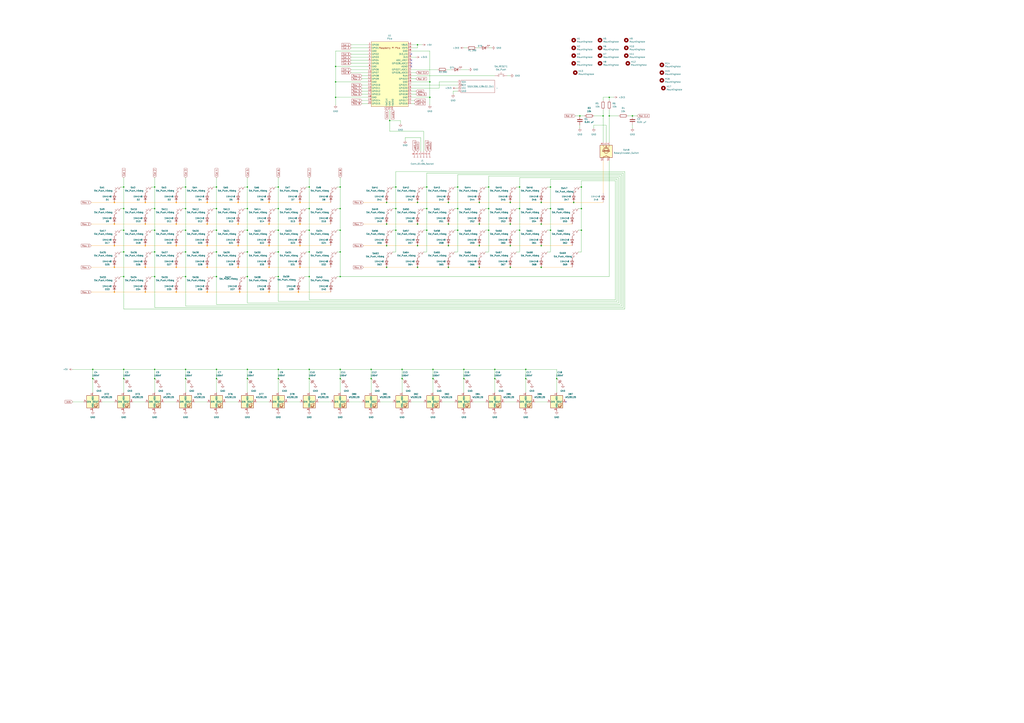
<source format=kicad_sch>
(kicad_sch (version 20231120) (generator "eeschema") (generator_version "8.0")
  (paper "A1")
  (junction (at 419.1 166.37))
  (junction (at 93.98 240.03) (color 255 153 0 1))
  (junction (at 177.8 189.23))
  (junction (at 127 153.67))
  (junction (at 170.18 201.93) (color 255 153 0 1))
  (junction (at 353.06 67.31))
  (junction (at 406.4 303.53))
  (junction (at 355.6 311.15))
  (junction (at 101.6 207.01))
  (junction (at 500.38 95.25))
  (junction (at 76.2 311.15))
  (junction (at 381 311.15))
  (junction (at 452.12 153.67))
  (junction (at 495.3 95.25))
  (junction (at 275.59 54.61))
  (junction (at 342.9 166.37))
  (junction (at 170.18 184.15) (color 255 153 0 1))
  (junction (at 254 227.33))
  (junction (at 457.2 311.15))
  (junction (at 355.6 303.53))
  (junction (at 228.6 153.67))
  (junction (at 195.58 219.71) (color 255 153 0 1))
  (junction (at 476.25 95.25))
  (junction (at 444.5 166.37))
  (junction (at 279.4 153.67))
  (junction (at 101.6 311.15))
  (junction (at 393.7 219.71))
  (junction (at 203.2 311.15))
  (junction (at 419.1 219.71))
  (junction (at 127 207.01))
  (junction (at 342.9 201.93))
  (junction (at 170.18 166.37) (color 255 153 0 1))
  (junction (at 127 303.53))
  (junction (at 119.38 201.93) (color 255 153 0 1))
  (junction (at 254 207.01))
  (junction (at 127 311.15))
  (junction (at 228.6 227.33))
  (junction (at 330.2 311.15))
  (junction (at 127 189.23))
  (junction (at 101.6 189.23))
  (junction (at 119.38 166.37) (color 255 153 0 1))
  (junction (at 93.98 201.93) (color 255 153 0 1))
  (junction (at 228.6 171.45))
  (junction (at 426.72 171.45))
  (junction (at 119.38 240.03) (color 255 153 0 1))
  (junction (at 471.17 166.37))
  (junction (at 127 227.33))
  (junction (at 452.12 171.45))
  (junction (at 203.2 153.67))
  (junction (at 170.18 240.03) (color 255 153 0 1))
  (junction (at 342.9 36.83))
  (junction (at 317.5 219.71))
  (junction (at 444.5 184.15))
  (junction (at 381 303.53))
  (junction (at 93.98 184.15) (color 255 153 0 1))
  (junction (at 393.7 184.15))
  (junction (at 393.7 201.93))
  (junction (at 127 171.45))
  (junction (at 177.8 171.45))
  (junction (at 317.5 166.37))
  (junction (at 144.78 201.93) (color 255 153 0 1))
  (junction (at 330.2 303.53))
  (junction (at 477.52 153.67))
  (junction (at 144.78 219.71) (color 255 153 0 1))
  (junction (at 220.98 240.03) (color 255 153 0 1))
  (junction (at 304.8 311.15))
  (junction (at 195.58 201.93) (color 255 153 0 1))
  (junction (at 144.78 166.37) (color 255 153 0 1))
  (junction (at 519.43 95.25))
  (junction (at 177.8 153.67))
  (junction (at 353.06 80.01))
  (junction (at 401.32 171.45))
  (junction (at 368.3 166.37))
  (junction (at 220.98 219.71) (color 255 153 0 1))
  (junction (at 401.32 153.67))
  (junction (at 196.85 240.03) (color 255 153 0 1))
  (junction (at 350.52 171.45))
  (junction (at 254 189.23))
  (junction (at 279.4 189.23))
  (junction (at 220.98 184.15) (color 255 153 0 1))
  (junction (at 477.52 171.45))
  (junction (at 101.6 171.45))
  (junction (at 368.3 219.71))
  (junction (at 203.2 171.45))
  (junction (at 101.6 227.33))
  (junction (at 152.4 189.23))
  (junction (at 304.8 303.53))
  (junction (at 325.12 189.23))
  (junction (at 342.9 219.71))
  (junction (at 76.2 303.53))
  (junction (at 419.1 184.15))
  (junction (at 279.4 171.45))
  (junction (at 119.38 184.15) (color 255 153 0 1))
  (junction (at 152.4 303.53))
  (junction (at 350.52 189.23))
  (junction (at 119.38 219.71) (color 255 153 0 1))
  (junction (at 101.6 303.53))
  (junction (at 246.38 201.93) (color 255 153 0 1))
  (junction (at 279.4 303.53))
  (junction (at 246.38 166.37) (color 255 153 0 1))
  (junction (at 375.92 153.67))
  (junction (at 220.98 166.37) (color 255 153 0 1))
  (junction (at 368.3 184.15))
  (junction (at 152.4 207.01))
  (junction (at 228.6 207.01))
  (junction (at 279.4 311.15))
  (junction (at 254 153.67))
  (junction (at 406.4 311.15))
  (junction (at 426.72 189.23))
  (junction (at 152.4 171.45))
  (junction (at 275.59 67.31))
  (junction (at 220.98 201.93) (color 255 153 0 1))
  (junction (at 101.6 153.67))
  (junction (at 444.5 219.71))
  (junction (at 426.72 153.67))
  (junction (at 195.58 184.15) (color 255 153 0 1))
  (junction (at 325.12 171.45))
  (junction (at 452.12 189.23))
  (junction (at 320.04 99.06))
  (junction (at 254 171.45))
  (junction (at 317.5 184.15))
  (junction (at 93.98 166.37) (color 255 153 0 1))
  (junction (at 375.92 189.23))
  (junction (at 279.4 207.01))
  (junction (at 342.9 184.15))
  (junction (at 246.38 219.71) (color 255 153 0 1))
  (junction (at 177.8 311.15))
  (junction (at 419.1 201.93))
  (junction (at 444.5 201.93))
  (junction (at 254 311.15))
  (junction (at 152.4 227.33))
  (junction (at 228.6 189.23))
  (junction (at 246.38 184.15) (color 255 153 0 1))
  (junction (at 431.8 303.53))
  (junction (at 144.78 184.15) (color 255 153 0 1))
  (junction (at 228.6 303.53))
  (junction (at 228.6 311.15))
  (junction (at 477.52 189.23))
  (junction (at 177.8 207.01))
  (junction (at 203.2 189.23))
  (junction (at 325.12 153.67))
  (junction (at 152.4 153.67))
  (junction (at 203.2 227.33))
  (junction (at 393.7 166.37))
  (junction (at 203.2 303.53))
  (junction (at 195.58 166.37) (color 255 153 0 1))
  (junction (at 203.2 207.01))
  (junction (at 500.38 80.01))
  (junction (at 152.4 311.15))
  (junction (at 254 303.53))
  (junction (at 177.8 227.33))
  (junction (at 245.11 240.03) (color 255 153 0 1))
  (junction (at 375.92 171.45))
  (junction (at 431.8 311.15))
  (junction (at 279.4 227.33))
  (junction (at 275.59 80.01))
  (junction (at 170.18 219.71) (color 255 153 0 1))
  (junction (at 177.8 303.53))
  (junction (at 350.52 153.67))
  (junction (at 93.98 219.71) (color 255 153 0 1))
  (junction (at 317.5 201.93))
  (junction (at 401.32 189.23))
  (junction (at 144.78 240.03) (color 255 153 0 1))
  (junction (at 368.3 201.93))
  (no_connect (at 337.82 52.07))
  (no_connect (at 337.82 44.45))
  (no_connect (at 337.82 49.53))
  (no_connect (at 464.82 330.2))
  (no_connect (at 337.82 54.61))
  (wire (pts (xy 444.5 219.71) (xy 469.9 219.71)) (stroke (width 0) (color 255 153 0 1)))
  (wire (pts (xy 177.8 303.53) (xy 177.8 311.15)))
  (wire (pts (xy 144.78 184.15) (xy 170.18 184.15)) (stroke (width 0) (color 255 153 0 1)))
  (wire (pts (xy 288.29 36.83) (xy 302.26 36.83)))
  (wire (pts (xy 101.6 303.53) (xy 127 303.53)))
  (wire (pts (xy 195.58 184.15) (xy 220.98 184.15)) (stroke (width 0) (color 255 153 0 1)))
  (wire (pts (xy 363.22 330.2) (xy 373.38 330.2)))
  (wire (pts (xy 152.4 303.53) (xy 177.8 303.53)))
  (wire (pts (xy 497.84 102.87) (xy 497.84 116.84)))
  (wire (pts (xy 495.3 158.75) (xy 495.3 132.08)) (stroke (width 0) (color 255 153 0 1)))
  (wire (pts (xy 332.74 113.03) (xy 332.74 115.57)))
  (wire (pts (xy 246.38 201.93) (xy 271.78 201.93)) (stroke (width 0) (color 255 153 0 1)))
  (wire (pts (xy 175.26 171.45) (xy 177.8 171.45)))
  (wire (pts (xy 119.38 184.15) (xy 144.78 184.15)) (stroke (width 0) (color 255 153 0 1)))
  (wire (pts (xy 372.11 77.47) (xy 372.11 74.93)))
  (wire (pts (xy 251.46 189.23) (xy 254 189.23)))
  (wire (pts (xy 203.2 207.01) (xy 203.2 227.33)))
  (wire (pts (xy 444.5 184.15) (xy 469.9 184.15)) (stroke (width 0) (color 255 153 0 1)))
  (wire (pts (xy 101.6 146.05) (xy 101.6 153.67)))
  (wire (pts (xy 170.18 240.03) (xy 196.85 240.03)) (stroke (width 0) (color 255 153 0 1)))
  (wire (pts (xy 414.02 330.2) (xy 424.18 330.2)))
  (wire (pts (xy 251.46 207.01) (xy 254 207.01)))
  (wire (pts (xy 76.2 303.53) (xy 76.2 311.15)))
  (wire (pts (xy 500.38 95.25) (xy 500.38 116.84)))
  (wire (pts (xy 398.78 189.23) (xy 401.32 189.23)))
  (wire (pts (xy 401.32 171.45) (xy 401.32 189.23)))
  (wire (pts (xy 59.69 330.2) (xy 68.58 330.2)))
  (wire (pts (xy 325.12 171.45) (xy 325.12 189.23)))
  (wire (pts (xy 477.52 207.01) (xy 477.52 189.23)))
  (wire (pts (xy 476.25 153.67) (xy 477.52 153.67)))
  (wire (pts (xy 149.86 207.01) (xy 152.4 207.01)))
  (wire (pts (xy 203.2 189.23) (xy 203.2 171.45)))
  (wire (pts (xy 317.5 166.37) (xy 342.9 166.37)) (stroke (width 0) (color 255 153 0 1)))
  (wire (pts (xy 375.92 143.51) (xy 510.54 143.51)))
  (wire (pts (xy 93.98 201.93) (xy 119.38 201.93)) (stroke (width 0) (color 255 153 0 1)))
  (wire (pts (xy 144.78 240.03) (xy 170.18 240.03)) (stroke (width 0) (color 255 153 0 1)))
  (wire (pts (xy 426.72 207.01) (xy 426.72 189.23)))
  (wire (pts (xy 401.32 171.45) (xy 401.32 153.67)))
  (wire (pts (xy 353.06 80.01) (xy 353.06 67.31)))
  (wire (pts (xy 144.78 166.37) (xy 170.18 166.37)) (stroke (width 0) (color 255 153 0 1)))
  (wire (pts (xy 288.29 57.15) (xy 302.26 57.15)))
  (wire (pts (xy 99.06 153.67) (xy 101.6 153.67)))
  (wire (pts (xy 228.6 303.53) (xy 228.6 311.15)))
  (wire (pts (xy 342.9 36.83) (xy 337.82 36.83)))
  (wire (pts (xy 419.1 219.71) (xy 444.5 219.71)) (stroke (width 0) (color 255 153 0 1)))
  (wire (pts (xy 74.93 219.71) (xy 93.98 219.71)) (stroke (width 0) (color 255 153 0 1)))
  (wire (pts (xy 127 171.45) (xy 127 189.23)))
  (wire (pts (xy 119.38 219.71) (xy 144.78 219.71)) (stroke (width 0) (color 255 153 0 1)))
  (wire (pts (xy 393.7 201.93) (xy 419.1 201.93)) (stroke (width 0) (color 255 153 0 1)))
  (wire (pts (xy 426.72 146.05) (xy 508 146.05)))
  (wire (pts (xy 449.58 153.67) (xy 452.12 153.67)))
  (wire (pts (xy 275.59 54.61) (xy 302.26 54.61)))
  (wire (pts (xy 510.54 143.51) (xy 510.54 251.46)))
  (wire (pts (xy 119.38 166.37) (xy 144.78 166.37)) (stroke (width 0) (color 255 153 0 1)))
  (wire (pts (xy 330.2 303.53) (xy 355.6 303.53)))
  (wire (pts (xy 127 153.67) (xy 127 146.05)))
  (wire (pts (xy 127 207.01) (xy 127 227.33)))
  (wire (pts (xy 246.38 166.37) (xy 271.78 166.37)) (stroke (width 0) (color 255 153 0 1)))
  (wire (pts (xy 367.03 57.15) (xy 370.84 57.15)))
  (wire (pts (xy 93.98 166.37) (xy 119.38 166.37)) (stroke (width 0) (color 255 153 0 1)))
  (wire (pts (xy 177.8 227.33) (xy 177.8 250.19)))
  (wire (pts (xy 127 303.53) (xy 127 311.15)))
  (wire (pts (xy 254 227.33) (xy 254 207.01)))
  (wire (pts (xy 170.18 219.71) (xy 195.58 219.71)) (stroke (width 0) (color 255 153 0 1)))
  (wire (pts (xy 393.7 184.15) (xy 419.1 184.15)) (stroke (width 0) (color 255 153 0 1)))
  (wire (pts (xy 298.45 166.37) (xy 317.5 166.37)) (stroke (width 0) (color 255 153 0 1)))
  (wire (pts (xy 279.4 189.23) (xy 279.4 207.01)))
  (wire (pts (xy 93.98 240.03) (xy 119.38 240.03)) (stroke (width 0) (color 255 153 0 1)))
  (wire (pts (xy 477.52 148.59) (xy 477.52 153.67)))
  (wire (pts (xy 341.63 64.77) (xy 337.82 64.77)))
  (wire (pts (xy 228.6 311.15) (xy 228.6 322.58)))
  (wire (pts (xy 226.06 153.67) (xy 228.6 153.67)))
  (wire (pts (xy 347.98 107.95) (xy 347.98 124.46)))
  (wire (pts (xy 276.86 189.23) (xy 279.4 189.23)))
  (wire (pts (xy 101.6 207.01) (xy 101.6 227.33)))
  (wire (pts (xy 504.19 80.01) (xy 500.38 80.01)))
  (wire (pts (xy 419.1 62.23) (xy 416.56 62.23)))
  (wire (pts (xy 495.3 95.25) (xy 495.3 90.17)))
  (wire (pts (xy 175.26 189.23) (xy 177.8 189.23)))
  (wire (pts (xy 312.42 330.2) (xy 322.58 330.2)))
  (wire (pts (xy 426.72 171.45) (xy 426.72 153.67)))
  (wire (pts (xy 203.2 303.53) (xy 228.6 303.53)))
  (wire (pts (xy 406.4 311.15) (xy 406.4 322.58)))
  (wire (pts (xy 297.18 85.09) (xy 302.26 85.09)))
  (wire (pts (xy 93.98 219.71) (xy 119.38 219.71)) (stroke (width 0) (color 255 153 0 1)))
  (wire (pts (xy 368.3 201.93) (xy 393.7 201.93)) (stroke (width 0) (color 255 153 0 1)))
  (wire (pts (xy 152.4 171.45) (xy 152.4 153.67)))
  (wire (pts (xy 506.73 247.65) (xy 506.73 147.32)))
  (wire (pts (xy 350.52 171.45) (xy 350.52 153.67)))
  (wire (pts (xy 393.7 39.37) (xy 391.16 39.37)))
  (wire (pts (xy 509.27 144.78) (xy 401.32 144.78)))
  (wire (pts (xy 320.04 99.06) (xy 328.93 99.06)))
  (wire (pts (xy 254 146.05) (xy 254 153.67)))
  (wire (pts (xy 275.59 67.31) (xy 275.59 80.01)))
  (wire (pts (xy 254 303.53) (xy 254 311.15)))
  (wire (pts (xy 341.63 77.47) (xy 337.82 77.47)))
  (wire (pts (xy 170.18 166.37) (xy 195.58 166.37)) (stroke (width 0) (color 255 153 0 1)))
  (wire (pts (xy 374.65 72.39) (xy 375.92 72.39)))
  (wire (pts (xy 203.2 311.15) (xy 203.2 322.58)))
  (wire (pts (xy 200.66 207.01) (xy 203.2 207.01)))
  (wire (pts (xy 251.46 171.45) (xy 254 171.45)))
  (wire (pts (xy 152.4 311.15) (xy 152.4 322.58)))
  (wire (pts (xy 373.38 207.01) (xy 375.92 207.01)))
  (wire (pts (xy 279.4 146.05) (xy 279.4 153.67)))
  (wire (pts (xy 477.52 171.45) (xy 477.52 189.23)))
  (wire (pts (xy 144.78 219.71) (xy 170.18 219.71)) (stroke (width 0) (color 255 153 0 1)))
  (wire (pts (xy 288.29 46.99) (xy 302.26 46.99)))
  (wire (pts (xy 124.46 227.33) (xy 127 227.33)))
  (wire (pts (xy 381 303.53) (xy 406.4 303.53)))
  (wire (pts (xy 297.18 74.93) (xy 302.26 74.93)))
  (wire (pts (xy 350.52 171.45) (xy 350.52 189.23)))
  (wire (pts (xy 177.8 171.45) (xy 177.8 189.23)))
  (wire (pts (xy 279.4 171.45) (xy 279.4 153.67)))
  (wire (pts (xy 149.86 171.45) (xy 152.4 171.45)))
  (wire (pts (xy 424.18 207.01) (xy 426.72 207.01)))
  (wire (pts (xy 506.73 147.32) (xy 452.12 147.32)))
  (wire (pts (xy 261.62 330.2) (xy 271.78 330.2)))
  (wire (pts (xy 119.38 240.03) (xy 144.78 240.03)) (stroke (width 0) (color 255 153 0 1)))
  (wire (pts (xy 337.82 69.85) (xy 375.92 69.85)))
  (wire (pts (xy 375.92 153.67) (xy 375.92 143.51)))
  (wire (pts (xy 317.5 201.93) (xy 342.9 201.93)) (stroke (width 0) (color 255 153 0 1)))
  (wire (pts (xy 398.78 171.45) (xy 401.32 171.45)))
  (wire (pts (xy 304.8 311.15) (xy 304.8 322.58)))
  (wire (pts (xy 279.4 303.53) (xy 279.4 311.15)))
  (wire (pts (xy 368.3 166.37) (xy 393.7 166.37)) (stroke (width 0) (color 255 153 0 1)))
  (wire (pts (xy 487.68 102.87) (xy 497.84 102.87)))
  (wire (pts (xy 99.06 207.01) (xy 101.6 207.01)))
  (wire (pts (xy 275.59 54.61) (xy 275.59 67.31)))
  (wire (pts (xy 341.63 46.99) (xy 337.82 46.99)))
  (wire (pts (xy 101.6 303.53) (xy 101.6 311.15)))
  (wire (pts (xy 170.18 184.15) (xy 195.58 184.15)) (stroke (width 0) (color 255 153 0 1)))
  (wire (pts (xy 254 207.01) (xy 254 189.23)))
  (wire (pts (xy 375.92 171.45) (xy 375.92 189.23)))
  (wire (pts (xy 487.68 105.41) (xy 487.68 102.87)))
  (wire (pts (xy 254 303.53) (xy 279.4 303.53)))
  (wire (pts (xy 511.81 252.73) (xy 511.81 142.24)))
  (wire (pts (xy 74.93 240.03) (xy 93.98 240.03)) (stroke (width 0) (color 255 153 0 1)))
  (wire (pts (xy 449.58 189.23) (xy 452.12 189.23)))
  (wire (pts (xy 101.6 311.15) (xy 101.6 322.58)))
  (wire (pts (xy 325.12 153.67) (xy 325.12 140.97)))
  (wire (pts (xy 124.46 153.67) (xy 127 153.67)))
  (wire (pts (xy 288.29 44.45) (xy 302.26 44.45)))
  (wire (pts (xy 398.78 207.01) (xy 401.32 207.01)))
  (wire (pts (xy 254 311.15) (xy 254 322.58)))
  (wire (pts (xy 210.82 330.2) (xy 220.98 330.2)))
  (wire (pts (xy 495.3 80.01) (xy 500.38 80.01)))
  (wire (pts (xy 152.4 207.01) (xy 152.4 189.23)))
  (wire (pts (xy 477.52 148.59) (xy 505.46 148.59)))
  (wire (pts (xy 317.5 184.15) (xy 342.9 184.15)) (stroke (width 0) (color 255 153 0 1)))
  (wire (pts (xy 177.8 153.67) (xy 177.8 171.45)))
  (wire (pts (xy 203.2 248.92) (xy 203.2 227.33)))
  (wire (pts (xy 360.68 67.31) (xy 360.68 72.39)))
  (wire (pts (xy 337.82 67.31) (xy 353.06 67.31)))
  (wire (pts (xy 254 246.38) (xy 254 227.33)))
  (wire (pts (xy 177.8 303.53) (xy 203.2 303.53)))
  (wire (pts (xy 337.82 39.37) (xy 342.9 39.37)))
  (wire (pts (xy 226.06 171.45) (xy 228.6 171.45)))
  (wire (pts (xy 337.82 62.23) (xy 406.4 62.23)))
  (wire (pts (xy 279.4 303.53) (xy 304.8 303.53)))
  (wire (pts (xy 275.59 80.01) (xy 275.59 86.36)))
  (wire (pts (xy 279.4 207.01) (xy 279.4 227.33)))
  (wire (pts (xy 101.6 171.45) (xy 101.6 153.67)))
  (wire (pts (xy 347.98 207.01) (xy 350.52 207.01)))
  (wire (pts (xy 196.85 240.03) (xy 220.98 240.03)) (stroke (width 0) (color 255 153 0 1)))
  (wire (pts (xy 341.63 59.69) (xy 337.82 59.69)))
  (wire (pts (xy 426.72 189.23) (xy 426.72 171.45)))
  (wire (pts (xy 276.86 171.45) (xy 279.4 171.45)))
  (wire (pts (xy 177.8 146.05) (xy 177.8 153.67)))
  (wire (pts (xy 152.4 146.05) (xy 152.4 153.67)))
  (wire (pts (xy 177.8 207.01) (xy 177.8 227.33)))
  (wire (pts (xy 346.71 36.83) (xy 342.9 36.83)))
  (wire (pts (xy 195.58 201.93) (xy 220.98 201.93)) (stroke (width 0) (color 255 153 0 1)))
  (wire (pts (xy 419.1 201.93) (xy 444.5 201.93)) (stroke (width 0) (color 255 153 0 1)))
  (wire (pts (xy 474.98 171.45) (xy 477.52 171.45)))
  (wire (pts (xy 347.98 171.45) (xy 350.52 171.45)))
  (wire (pts (xy 279.4 189.23) (xy 279.4 171.45)))
  (wire (pts (xy 175.26 207.01) (xy 177.8 207.01)))
  (wire (pts (xy 149.86 153.67) (xy 152.4 153.67)))
  (wire (pts (xy 254 171.45) (xy 254 153.67)))
  (wire (pts (xy 149.86 189.23) (xy 152.4 189.23)))
  (wire (pts (xy 375.92 189.23) (xy 375.92 207.01)))
  (wire (pts (xy 472.44 95.25) (xy 476.25 95.25)))
  (wire (pts (xy 424.18 171.45) (xy 426.72 171.45)))
  (wire (pts (xy 505.46 246.38) (xy 254 246.38)))
  (wire (pts (xy 330.2 303.53) (xy 330.2 311.15)))
  (wire (pts (xy 200.66 189.23) (xy 203.2 189.23)))
  (wire (pts (xy 152.4 171.45) (xy 152.4 189.23)))
  (wire (pts (xy 452.12 153.67) (xy 452.12 171.45)))
  (wire (pts (xy 288.29 59.69) (xy 302.26 59.69)))
  (wire (pts (xy 403.86 39.37) (xy 401.32 39.37)))
  (wire (pts (xy 373.38 171.45) (xy 375.92 171.45)))
  (wire (pts (xy 337.82 85.09) (xy 340.36 85.09)))
  (wire (pts (xy 320.04 99.06) (xy 320.04 90.17)))
  (wire (pts (xy 381 303.53) (xy 381 311.15)))
  (wire (pts (xy 508 95.25) (xy 500.38 95.25)))
  (wire (pts (xy 228.6 247.65) (xy 506.73 247.65)))
  (wire (pts (xy 406.4 303.53) (xy 406.4 311.15)))
  (wire (pts (xy 254 189.23) (xy 254 171.45)))
  (wire (pts (xy 342.9 201.93) (xy 368.3 201.93)) (stroke (width 0) (color 255 153 0 1)))
  (wire (pts (xy 119.38 201.93) (xy 144.78 201.93)) (stroke (width 0) (color 255 153 0 1)))
  (wire (pts (xy 175.26 153.67) (xy 177.8 153.67)))
  (wire (pts (xy 444.5 166.37) (xy 471.17 166.37)) (stroke (width 0) (color 255 153 0 1)))
  (wire (pts (xy 276.86 227.33) (xy 279.4 227.33)))
  (wire (pts (xy 152.4 251.46) (xy 152.4 227.33)))
  (wire (pts (xy 288.29 39.37) (xy 302.26 39.37)))
  (wire (pts (xy 519.43 105.41) (xy 519.43 102.87)))
  (wire (pts (xy 185.42 330.2) (xy 195.58 330.2)))
  (wire (pts (xy 398.78 153.67) (xy 401.32 153.67)))
  (wire (pts (xy 347.98 107.95) (xy 320.04 107.95)))
  (wire (pts (xy 431.8 303.53) (xy 431.8 311.15)))
  (wire (pts (xy 127 171.45) (xy 127 153.67)))
  (wire (pts (xy 341.63 74.93) (xy 337.82 74.93)))
  (wire (pts (xy 519.43 95.25) (xy 515.62 95.25)))
  (wire (pts (xy 508 248.92) (xy 203.2 248.92)))
  (wire (pts (xy 388.62 330.2) (xy 398.78 330.2)))
  (wire (pts (xy 298.45 184.15) (xy 317.5 184.15)) (stroke (width 0) (color 255 153 0 1)))
  (wire (pts (xy 177.8 311.15) (xy 177.8 322.58)))
  (wire (pts (xy 59.69 303.53) (xy 76.2 303.53)))
  (wire (pts (xy 513.08 140.97) (xy 513.08 254)))
  (wire (pts (xy 401.32 189.23) (xy 401.32 207.01)))
  (wire (pts (xy 287.02 330.2) (xy 297.18 330.2)))
  (wire (pts (xy 246.38 219.71) (xy 271.78 219.71)) (stroke (width 0) (color 255 153 0 1)))
  (wire (pts (xy 332.74 113.03) (xy 345.44 113.03)))
  (wire (pts (xy 297.18 82.55) (xy 302.26 82.55)))
  (wire (pts (xy 127 311.15) (xy 127 322.58)))
  (wire (pts (xy 228.6 189.23) (xy 228.6 171.45)))
  (wire (pts (xy 431.8 311.15) (xy 431.8 322.58)))
  (wire (pts (xy 74.93 201.93) (xy 93.98 201.93)) (stroke (width 0) (color 255 153 0 1)))
  (wire (pts (xy 510.54 251.46) (xy 152.4 251.46)))
  (wire (pts (xy 449.58 207.01) (xy 452.12 207.01)))
  (wire (pts (xy 424.18 189.23) (xy 426.72 189.23)))
  (wire (pts (xy 322.58 153.67) (xy 325.12 153.67)))
  (wire (pts (xy 203.2 171.45) (xy 203.2 153.67)))
  (wire (pts (xy 200.66 153.67) (xy 203.2 153.67)))
  (wire (pts (xy 355.6 303.53) (xy 355.6 311.15)))
  (wire (pts (xy 220.98 166.37) (xy 246.38 166.37)) (stroke (width 0) (color 255 153 0 1)))
  (wire (pts (xy 317.5 219.71) (xy 342.9 219.71)) (stroke (width 0) (color 255 153 0 1)))
  (wire (pts (xy 279.4 311.15) (xy 279.4 322.58)))
  (wire (pts (xy 381 311.15) (xy 381 322.58)))
  (wire (pts (xy 325.12 189.23) (xy 325.12 207.01)))
  (wire (pts (xy 298.45 219.71) (xy 317.5 219.71)) (stroke (width 0) (color 255 153 0 1)))
  (wire (pts (xy 347.98 153.67) (xy 350.52 153.67)))
  (wire (pts (xy 353.06 86.36) (xy 353.06 80.01)))
  (wire (pts (xy 368.3 184.15) (xy 393.7 184.15)) (stroke (width 0) (color 255 153 0 1)))
  (wire (pts (xy 175.26 227.33) (xy 177.8 227.33)))
  (wire (pts (xy 444.5 201.93) (xy 469.9 201.93)) (stroke (width 0) (color 255 153 0 1)))
  (wire (pts (xy 304.8 303.53) (xy 304.8 311.15)))
  (wire (pts (xy 226.06 227.33) (xy 228.6 227.33)))
  (wire (pts (xy 99.06 227.33) (xy 101.6 227.33)))
  (wire (pts (xy 342.9 184.15) (xy 368.3 184.15)) (stroke (width 0) (color 255 153 0 1)))
  (wire (pts (xy 513.08 254) (xy 101.6 254)))
  (wire (pts (xy 220.98 184.15) (xy 246.38 184.15)) (stroke (width 0) (color 255 153 0 1)))
  (wire (pts (xy 297.18 64.77) (xy 302.26 64.77)))
  (wire (pts (xy 476.25 105.41) (xy 476.25 102.87)))
  (wire (pts (xy 170.18 201.93) (xy 195.58 201.93)) (stroke (width 0) (color 255 153 0 1)))
  (wire (pts (xy 378.46 57.15) (xy 384.81 57.15)))
  (wire (pts (xy 203.2 303.53) (xy 203.2 311.15)))
  (wire (pts (xy 355.6 311.15) (xy 355.6 322.58)))
  (wire (pts (xy 297.18 62.23) (xy 302.26 62.23)))
  (wire (pts (xy 419.1 166.37) (xy 444.5 166.37)) (stroke (width 0) (color 255 153 0 1)))
  (wire (pts (xy 350.52 189.23) (xy 350.52 207.01)))
  (wire (pts (xy 393.7 166.37) (xy 419.1 166.37)) (stroke (width 0) (color 255 153 0 1)))
  (wire (pts (xy 93.98 184.15) (xy 119.38 184.15)) (stroke (width 0) (color 255 153 0 1)))
  (wire (pts (xy 152.4 303.53) (xy 152.4 311.15)))
  (wire (pts (xy 127 303.53) (xy 152.4 303.53)))
  (wire (pts (xy 368.3 219.71) (xy 393.7 219.71)) (stroke (width 0) (color 255 153 0 1)))
  (wire (pts (xy 340.36 82.55) (xy 337.82 82.55)))
  (wire (pts (xy 200.66 171.45) (xy 203.2 171.45)))
  (wire (pts (xy 419.1 184.15) (xy 444.5 184.15)) (stroke (width 0) (color 255 153 0 1)))
  (wire (pts (xy 228.6 303.53) (xy 254 303.53)))
  (wire (pts (xy 109.22 330.2) (xy 119.38 330.2)))
  (wire (pts (xy 355.6 303.53) (xy 381 303.53)))
  (wire (pts (xy 74.93 166.37) (xy 93.98 166.37)) (stroke (width 0) (color 255 153 0 1)))
  (wire (pts (xy 439.42 330.2) (xy 449.58 330.2)))
  (wire (pts (xy 134.62 330.2) (xy 144.78 330.2)))
  (wire (pts (xy 226.06 207.01) (xy 228.6 207.01)))
  (wire (pts (xy 76.2 303.53) (xy 101.6 303.53)))
  (wire (pts (xy 476.25 95.25) (xy 480.06 95.25)))
  (wire (pts (xy 474.98 207.01) (xy 477.52 207.01)))
  (wire (pts (xy 500.38 132.08) (xy 500.38 227.33)))
  (wire (pts (xy 245.11 240.03) (xy 271.78 240.03)) (stroke (width 0) (color 255 153 0 1)))
  (wire (pts (xy 471.17 166.37) (xy 495.3 166.37)) (stroke (width 0) (color 255 153 0 1)))
  (wire (pts (xy 500.38 227.33) (xy 279.4 227.33)))
  (wire (pts (xy 298.45 201.93) (xy 317.5 201.93)) (stroke (width 0) (color 255 153 0 1)))
  (wire (pts (xy 83.82 330.2) (xy 93.98 330.2)))
  (wire (pts (xy 127 207.01) (xy 127 189.23)))
  (wire (pts (xy 195.58 166.37) (xy 220.98 166.37)) (stroke (width 0) (color 255 153 0 1)))
  (wire (pts (xy 452.12 147.32) (xy 452.12 153.67)))
  (wire (pts (xy 495.3 82.55) (xy 495.3 80.01)))
  (wire (pts (xy 353.06 67.31) (xy 353.06 41.91)))
  (wire (pts (xy 276.86 153.67) (xy 279.4 153.67)))
  (wire (pts (xy 320.04 99.06) (xy 320.04 107.95)))
  (wire (pts (xy 375.92 171.45) (xy 375.92 153.67)))
  (wire (pts (xy 325.12 171.45) (xy 325.12 153.67)))
  (wire (pts (xy 177.8 189.23) (xy 177.8 207.01)))
  (wire (pts (xy 322.58 171.45) (xy 325.12 171.45)))
  (wire (pts (xy 297.18 69.85) (xy 302.26 69.85)))
  (wire (pts (xy 76.2 311.15) (xy 76.2 322.58)))
  (wire (pts (xy 152.4 207.01) (xy 152.4 227.33)))
  (wire (pts (xy 195.58 219.71) (xy 220.98 219.71)) (stroke (width 0) (color 255 153 0 1)))
  (wire (pts (xy 228.6 227.33) (xy 228.6 247.65)))
  (wire (pts (xy 431.8 303.53) (xy 457.2 303.53)))
  (wire (pts (xy 288.29 49.53) (xy 302.26 49.53)))
  (wire (pts (xy 322.58 189.23) (xy 325.12 189.23)))
  (wire (pts (xy 337.82 57.15) (xy 359.41 57.15)))
  (wire (pts (xy 505.46 148.59) (xy 505.46 246.38)))
  (wire (pts (xy 406.4 303.53) (xy 431.8 303.53)))
  (wire (pts (xy 275.59 67.31) (xy 302.26 67.31)))
  (wire (pts (xy 523.24 95.25) (xy 519.43 95.25)))
  (wire (pts (xy 452.12 171.45) (xy 452.12 189.23)))
  (wire (pts (xy 347.98 189.23) (xy 350.52 189.23)))
  (wire (pts (xy 124.46 171.45) (xy 127 171.45)))
  (wire (pts (xy 127 227.33) (xy 127 252.73)))
  (wire (pts (xy 99.06 189.23) (xy 101.6 189.23)))
  (wire (pts (xy 160.02 330.2) (xy 170.18 330.2)))
  (wire (pts (xy 373.38 153.67) (xy 375.92 153.67)))
  (wire (pts (xy 457.2 303.53) (xy 457.2 311.15)))
  (wire (pts (xy 401.32 153.67) (xy 401.32 144.78)))
  (wire (pts (xy 297.18 72.39) (xy 302.26 72.39)))
  (wire (pts (xy 328.93 99.06) (xy 328.93 101.6)))
  (wire (pts (xy 124.46 189.23) (xy 127 189.23)))
  (wire (pts (xy 74.93 184.15) (xy 93.98 184.15)) (stroke (width 0) (color 255 153 0 1)))
  (wire (pts (xy 297.18 77.47) (xy 302.26 77.47)))
  (wire (pts (xy 375.92 67.31) (xy 360.68 67.31)))
  (wire (pts (xy 322.58 207.01) (xy 325.12 207.01)))
  (wire (pts (xy 246.38 184.15) (xy 271.78 184.15)) (stroke (width 0) (color 255 153 0 1)))
  (wire (pts (xy 228.6 227.33) (xy 228.6 207.01)))
  (wire (pts (xy 203.2 207.01) (xy 203.2 189.23)))
  (wire (pts (xy 393.7 219.71) (xy 419.1 219.71)) (stroke (width 0) (color 255 153 0 1)))
  (wire (pts (xy 251.46 153.67) (xy 254 153.67)))
  (wire (pts (xy 127 252.73) (xy 511.81 252.73)))
  (wire (pts (xy 373.38 189.23) (xy 375.92 189.23)))
  (wire (pts (xy 381 39.37) (xy 383.54 39.37)))
  (wire (pts (xy 236.22 330.2) (xy 246.38 330.2)))
  (wire (pts (xy 228.6 171.45) (xy 228.6 153.67)))
  (wire (pts (xy 203.2 146.05) (xy 203.2 153.67)))
  (wire (pts (xy 457.2 311.15) (xy 457.2 322.58)))
  (wire (pts (xy 275.59 41.91) (xy 275.59 54.61)))
  (wire (pts (xy 124.46 207.01) (xy 127 207.01)))
  (wire (pts (xy 477.52 153.67) (xy 477.52 171.45)))
  (wire (pts (xy 449.58 171.45) (xy 452.12 171.45)))
  (wire (pts (xy 372.11 74.93) (xy 375.92 74.93)))
  (wire (pts (xy 228.6 207.01) (xy 228.6 189.23)))
  (wire (pts (xy 424.18 153.67) (xy 426.72 153.67)))
  (wire (pts (xy 337.82 330.2) (xy 347.98 330.2)))
  (wire (pts (xy 511.81 142.24) (xy 350.52 142.24)))
  (wire (pts (xy 474.98 189.23) (xy 477.52 189.23)))
  (wire (pts (xy 500.38 90.17) (xy 500.38 95.25)))
  (wire (pts (xy 304.8 303.53) (xy 330.2 303.53)))
  (wire (pts (xy 330.2 311.15) (xy 330.2 322.58)))
  (wire (pts (xy 495.3 95.25) (xy 495.3 116.84)))
  (wire (pts (xy 276.86 207.01) (xy 279.4 207.01)))
  (wire (pts (xy 509.27 250.19) (xy 509.27 144.78)))
  (wire (pts (xy 513.08 140.97) (xy 325.12 140.97)))
  (wire (pts (xy 500.38 80.01) (xy 500.38 82.55)))
  (wire (pts (xy 302.26 41.91) (xy 275.59 41.91)))
  (wire (pts (xy 342.9 219.71) (xy 368.3 219.71)) (stroke (width 0) (color 255 153 0 1)))
  (wire (pts (xy 345.44 113.03) (xy 345.44 124.46)))
  (wire (pts (xy 350.52 153.67) (xy 350.52 142.24)))
  (wire (pts (xy 275.59 80.01) (xy 302.26 80.01)))
  (wire (pts (xy 342.9 39.37) (xy 342.9 36.83)))
  (wire (pts (xy 149.86 227.33) (xy 152.4 227.33)))
  (wire (pts (xy 201.93 227.33) (xy 203.2 227.33)))
  (wire (pts (xy 101.6 254) (xy 101.6 227.33)))
  (wire (pts (xy 508 146.05) (xy 508 248.92)))
  (wire (pts (xy 177.8 250.19) (xy 509.27 250.19)))
  (wire (pts (xy 337.82 80.01) (xy 353.06 80.01)))
  (wire (pts (xy 426.72 153.67) (xy 426.72 146.05)))
  (wire (pts (xy 220.98 219.71) (xy 246.38 219.71)) (stroke (width 0) (color 255 153 0 1)))
  (wire (pts (xy 353.06 41.91) (xy 337.82 41.91)))
  (wire (pts (xy 101.6 207.01) (xy 101.6 189.23)))
  (wire (pts (xy 250.19 227.33) (xy 254 227.33)))
  (wire (pts (xy 144.78 201.93) (xy 170.18 201.93)) (stroke (width 0) (color 255 153 0 1)))
  (wire (pts (xy 226.06 189.23) (xy 228.6 189.23)))
  (wire (pts (xy 220.98 240.03) (xy 245.11 240.03)) (stroke (width 0) (color 255 153 0 1)))
  (wire (pts (xy 220.98 201.93) (xy 246.38 201.93)) (stroke (width 0) (color 255 153 0 1)))
  (wire (pts (xy 337.82 72.39) (xy 360.68 72.39)))
  (wire (pts (xy 487.68 95.25) (xy 495.3 95.25)))
  (wire (pts (xy 342.9 166.37) (xy 368.3 166.37)) (stroke (width 0) (color 255 153 0 1)))
  (wire (pts (xy 288.29 52.07) (xy 302.26 52.07)))
  (wire (pts (xy 452.12 207.01) (xy 452.12 189.23)))
  (wire (pts (xy 228.6 146.05) (xy 228.6 153.67)))
  (wire (pts (xy 99.06 171.45) (xy 101.6 171.45)))
  (wire (pts (xy 101.6 171.45) (xy 101.6 189.23)))
  (global_label "swclk" (shape input) (at 317.5 90.17 270) (property "Intersheetrefs" "${INTERSHEET_REFS}" (effects (hide yes))))
  (global_label "uart rx" (shape input) (at 340.36 82.55 0) (property "Intersheetrefs" "${INTERSHEET_REFS}" (effects (hide yes))))
  (global_label "swdio" (shape input) (at 353.06 124.46 90) (property "Intersheetrefs" "${INTERSHEET_REFS}" (effects (hide yes))))
  (global_label "Row 1" (shape input) (at 297.18 62.23 180) (property "Intersheetrefs" "${INTERSHEET_REFS}" (effects (hide yes))))
  (global_label "Col 8" (shape input) (at 288.29 59.69 180) (property "Intersheetrefs" "${INTERSHEET_REFS}" (effects (hide yes))))
  (global_label "Row 7" (shape input) (at 298.45 184.15 180) (property "Intersheetrefs" "${INTERSHEET_REFS}" (effects (hide yes))))
  (global_label "leds" (shape input) (at 59.69 330.2 180) (property "Intersheetrefs" "${INTERSHEET_REFS}" (effects (hide yes))))
  (global_label "Col 6" (shape input) (at 228.6 146.05 90) (property "Intersheetrefs" "${INTERSHEET_REFS}" (effects (hide yes))))
  (global_label "Col 7" (shape input) (at 254 146.05 90) (property "Intersheetrefs" "${INTERSHEET_REFS}" (effects (hide yes))))
  (global_label "Col 1" (shape input) (at 288.29 36.83 180) (property "Intersheetrefs" "${INTERSHEET_REFS}" (effects (hide yes))))
  (global_label "Col 4" (shape input) (at 177.8 146.05 90) (property "Intersheetrefs" "${INTERSHEET_REFS}" (effects (hide yes))))
  (global_label "Row 7" (shape input) (at 297.18 82.55 180) (property "Intersheetrefs" "${INTERSHEET_REFS}" (effects (hide yes))))
  (global_label "Col 8" (shape input) (at 279.4 146.05 90) (property "Intersheetrefs" "${INTERSHEET_REFS}" (effects (hide yes))))
  (global_label "uart tx" (shape input) (at 350.52 124.46 90) (property "Intersheetrefs" "${INTERSHEET_REFS}" (effects (hide yes))))
  (global_label "Row 2" (shape input) (at 74.93 184.15 180) (property "Intersheetrefs" "${INTERSHEET_REFS}" (effects (hide yes))))
  (global_label "Row 8" (shape input) (at 297.18 85.09 180) (property "Intersheetrefs" "${INTERSHEET_REFS}" (effects (hide yes))))
  (global_label "Rot CLK" (shape input) (at 341.63 59.69 0) (property "Intersheetrefs" "${INTERSHEET_REFS}" (effects (hide yes))))
  (global_label "Col 5" (shape input) (at 203.2 146.05 90) (property "Intersheetrefs" "${INTERSHEET_REFS}" (effects (hide yes))))
  (global_label "Rot DT" (shape input) (at 472.44 95.25 180) (property "Intersheetrefs" "${INTERSHEET_REFS}" (effects (hide yes))))
  (global_label "uart tx" (shape input) (at 340.36 85.09 0) (property "Intersheetrefs" "${INTERSHEET_REFS}" (effects (hide yes))))
  (global_label "Col 1" (shape input) (at 101.6 146.05 90) (property "Intersheetrefs" "${INTERSHEET_REFS}" (effects (hide yes))))
  (global_label "Col 6" (shape input) (at 288.29 52.07 180) (property "Intersheetrefs" "${INTERSHEET_REFS}" (effects (hide yes))))
  (global_label "Row 3" (shape input) (at 74.93 201.93 180) (property "Intersheetrefs" "${INTERSHEET_REFS}" (effects (hide yes))))
  (global_label "Row 6" (shape input) (at 297.18 77.47 180) (property "Intersheetrefs" "${INTERSHEET_REFS}" (effects (hide yes))))
  (global_label "Row 3" (shape input) (at 297.18 69.85 180) (property "Intersheetrefs" "${INTERSHEET_REFS}" (effects (hide yes))))
  (global_label "Col 7" (shape input) (at 288.29 57.15 180) (property "Intersheetrefs" "${INTERSHEET_REFS}" (effects (hide yes))))
  (global_label "Col 3" (shape input) (at 288.29 44.45 180) (property "Intersheetrefs" "${INTERSHEET_REFS}" (effects (hide yes))))
  (global_label "Row 5" (shape input) (at 74.93 240.03 180) (property "Intersheetrefs" "${INTERSHEET_REFS}" (effects (hide yes))))
  (global_label "Row 8" (shape input) (at 298.45 201.93 180) (property "Intersheetrefs" "${INTERSHEET_REFS}" (effects (hide yes))))
  (global_label "Col 3" (shape input) (at 152.4 146.05 90) (property "Intersheetrefs" "${INTERSHEET_REFS}" (effects (hide yes))))
  (global_label "Row 4" (shape input) (at 297.18 72.39 180) (property "Intersheetrefs" "${INTERSHEET_REFS}" (effects (hide yes))))
  (global_label "Col 2" (shape input) (at 127 146.05 90) (property "Intersheetrefs" "${INTERSHEET_REFS}" (effects (hide yes))))
  (global_label "Rot DT" (shape input) (at 341.63 64.77 0) (property "Intersheetrefs" "${INTERSHEET_REFS}" (effects (hide yes))))
  (global_label "Rot CLK" (shape input) (at 523.24 95.25 0) (property "Intersheetrefs" "${INTERSHEET_REFS}" (effects (hide yes))))
  (global_label "swclk" (shape input) (at 342.9 124.46 90) (property "Intersheetrefs" "${INTERSHEET_REFS}" (effects (hide yes))))
  (global_label "Row 5" (shape input) (at 297.18 74.93 180) (property "Intersheetrefs" "${INTERSHEET_REFS}" (effects (hide yes))))
  (global_label "Row 4" (shape input) (at 74.93 219.71 180) (property "Intersheetrefs" "${INTERSHEET_REFS}" (effects (hide yes))))
  (global_label "Col 5" (shape input) (at 288.29 49.53 180) (property "Intersheetrefs" "${INTERSHEET_REFS}" (effects (hide yes))))
  (global_label "leds" (shape input) (at 341.63 74.93 0) (property "Intersheetrefs" "${INTERSHEET_REFS}" (effects (hide yes))))
  (global_label "Row 9" (shape input) (at 298.45 219.71 180) (property "Intersheetrefs" "${INTERSHEET_REFS}" (effects (hide yes))))
  (global_label "Col 2" (shape input) (at 288.29 39.37 180) (property "Intersheetrefs" "${INTERSHEET_REFS}" (effects (hide yes))))
  (global_label "Row 9" (shape input) (at 341.63 77.47 0) (property "Intersheetrefs" "${INTERSHEET_REFS}" (effects (hide yes))))
  (global_label "swdio" (shape input) (at 322.58 90.17 270) (property "Intersheetrefs" "${INTERSHEET_REFS}" (effects (hide yes))))
  (global_label "uart rx" (shape input) (at 340.36 124.46 90) (property "Intersheetrefs" "${INTERSHEET_REFS}" (effects (hide yes))))
  (global_label "Row 6" (shape input) (at 298.45 166.37 180) (property "Intersheetrefs" "${INTERSHEET_REFS}" (effects (hide yes))))
  (global_label "Row 1" (shape input) (at 74.93 166.37 180) (property "Intersheetrefs" "${INTERSHEET_REFS}" (effects (hide yes))))
  (global_label "Col 4" (shape input) (at 288.29 46.99 180) (property "Intersheetrefs" "${INTERSHEET_REFS}" (effects (hide yes))))
  (global_label "Row 2" (shape input) (at 297.18 64.77 180) (property "Intersheetrefs" "${INTERSHEET_REFS}" (effects (hide yes))))
  (symbol (lib_id "Diode:1N4148") (at 342.9 198.12 90) (unit 1)
    (property "Reference" "D57" (at 337.058 199.644 90))
    (property "Value" "1N4148" (at 336.804 197.104 90))
    (property "Footprint" "Diode_THT:D_DO-35_SOD27_P7.62mm_Horizontal" (effects (hide yes)))
    (property "Datasheet" "https://assets.nexperia.com/documents/data-sheet/1N4148_1N4448.pdf" (effects (hide yes)))
    (property "Description" "100V 0.15A standard switching diode, DO-35" (effects (hide yes)))
    (property "Sim.Device" "D" (effects (hide yes)))
    (property "Sim.Pins" "1=K 2=A" (effects (hide yes)))
  )
  (symbol (lib_id "LED:WS2812B") (at 152.4 330.2 0) (unit 1)
    (property "Reference" "D75" (at 163.83 323.8814 0))
    (property "Value" "WS2812B" (at 163.83 326.4214 0))
    (property "Footprint" "LED_SMD:LED_WS2812B_PLCC4_5.0x5.0mm_P3.2mm" (effects (hide yes)))
    (property "Datasheet" "https://cdn-shop.adafruit.com/datasheets/WS2812B.pdf" (effects (hide yes)))
    (property "Description" "RGB LED with integrated controller" (effects (hide yes)))
  )
  (symbol (lib_id "Diode:1N4148") (at 419.1 215.9 90) (unit 1)
    (property "Reference" "D67" (at 413.258 217.424 90))
    (property "Value" "1N4148" (at 413.004 214.884 90))
    (property "Footprint" "Diode_THT:D_DO-35_SOD27_P7.62mm_Horizontal" (effects (hide yes)))
    (property "Datasheet" "https://assets.nexperia.com/documents/data-sheet/1N4148_1N4448.pdf" (effects (hide yes)))
    (property "Description" "100V 0.15A standard switching diode, DO-35" (effects (hide yes)))
    (property "Sim.Device" "D" (effects (hide yes)))
    (property "Sim.Pins" "1=K 2=A" (effects (hide yes)))
  )
  (symbol (lib_id "Device:R") (at 500.38 86.36 0) (unit 1)
    (property "Reference" "R6" (at 502.92 85.0899 0) (effects (justify left)))
    (property "Value" "10k" (at 502.92 87.6299 0) (effects (justify left)))
    (property "Footprint" "Resistor_THT:R_Axial_DIN0207_L6.3mm_D2.5mm_P10.16mm_Horizontal" (effects (hide yes)))
    (property "Description" "Resistor" (effects (hide yes)))
  )
  (symbol (lib_id "Device:R") (at 387.35 39.37 90) (unit 1)
    (property "Reference" "R1" (at 385.826 41.402 90))
    (property "Value" "390" (at 389.382 41.402 90))
    (property "Footprint" "Resistor_THT:R_Axial_DIN0207_L6.3mm_D2.5mm_P10.16mm_Horizontal" (effects (hide yes)))
    (property "Description" "Resistor" (effects (hide yes)))
  )
  (symbol (lib_id "power:GND") (at 132.08 316.23 0) (unit 1)
    (property "Reference" "#PWR036" (effects (hide yes)))
    (property "Value" "GND" (at 132.08 321.31 0))
    (property "Description" "Power symbol creates a global label with name \"GND\" , ground" (effects (hide yes)))
  )
  (symbol (lib_id "Switch:SW_Push_45deg") (at 396.24 156.21 90) (unit 1)
    (property "Reference" "SW44" (at 381.508 154.178 90) (effects (justify right)))
    (property "Value" "SW_Push_45deg" (at 376.936 156.718 90) (effects (justify right)))
    (property "Footprint" "PCM_Switch_Keyboard_Cherry_MX:SW_Cherry_MX_PCB_1.00u" (effects (hide yes)))
    (property "Description" "Push button switch, normally open, two pins, 45° tilted" (effects (hide yes)))
  )
  (symbol (lib_id "power:+3V3") (at 374.65 72.39 90) (unit 1)
    (property "Reference" "#PWR016" (effects (hide yes)))
    (property "Value" "+3V3" (at 370.84 72.3899 90) (effects (justify left)))
    (property "Description" "Power symbol creates a global label with name \"+3V3\"" (effects (hide yes)))
  )
  (symbol (lib_id "Device:C_45deg") (at 332.74 313.69 0) (unit 1)
    (property "Reference" "C13" (at 332.74 306.07 0))
    (property "Value" "100nF" (at 332.74 308.61 0))
    (property "Footprint" "Capacitor_SMD:C_0603_1608Metric" (effects (hide yes)))
    (property "Description" "Unpolarized capacitor, rotated by 45°" (effects (hide yes)))
  )
  (symbol (lib_id "Diode:1N4148") (at 444.5 180.34 90) (unit 1)
    (property "Reference" "D54" (at 438.658 181.864 90))
    (property "Value" "1N4148" (at 438.404 179.324 90))
    (property "Footprint" "Diode_THT:D_DO-35_SOD27_P7.62mm_Horizontal" (effects (hide yes)))
    (property "Datasheet" "https://assets.nexperia.com/documents/data-sheet/1N4148_1N4448.pdf" (effects (hide yes)))
    (property "Description" "100V 0.15A standard switching diode, DO-35" (effects (hide yes)))
    (property "Sim.Device" "D" (effects (hide yes)))
    (property "Sim.Pins" "1=K 2=A" (effects (hide yes)))
  )
  (symbol (lib_id "Mechanical:MountingHole") (at 544.83 72.39 0) (unit 1)
    (property "Reference" "H17" (at 547.37 71.1199 0) (effects (justify left)))
    (property "Value" "MountingHole" (at 547.37 73.6599 0) (effects (justify left)))
    (property "Footprint" "MountingHole:MountingHole_2.2mm_M2_Pad" (effects (hide yes)))
    (property "Description" "Mounting Hole without connection" (effects (hide yes)))
  )
  (symbol (lib_id "Switch:SW_Push_45deg") (at 473.71 156.21 90) (unit 1)
    (property "Reference" "SW47" (at 460.756 154.686 90) (effects (justify right)))
    (property "Value" "SW_Push_45deg" (at 455.93 157.48 90) (effects (justify right)))
    (property "Footprint" "PCM_Switch_Keyboard_Cherry_MX:SW_Cherry_MX_PCB_1.00u" (effects (hide yes)))
    (property "Description" "Push button switch, normally open, two pins, 45° tilted" (effects (hide yes)))
  )
  (symbol (lib_id "Diode:1N4148") (at 119.38 198.12 90) (unit 1)
    (property "Reference" "D18" (at 113.538 199.644 90))
    (property "Value" "1N4148" (at 113.284 197.104 90))
    (property "Footprint" "Diode_THT:D_DO-35_SOD27_P7.62mm_Horizontal" (effects (hide yes)))
    (property "Datasheet" "https://assets.nexperia.com/documents/data-sheet/1N4148_1N4448.pdf" (effects (hide yes)))
    (property "Description" "100V 0.15A standard switching diode, DO-35" (effects (hide yes)))
    (property "Sim.Device" "D" (effects (hide yes)))
    (property "Sim.Pins" "1=K 2=A" (effects (hide yes)))
  )
  (symbol (lib_id "LED:WS2812B") (at 101.6 330.2 0) (unit 1)
    (property "Reference" "D73" (at 113.03 323.8814 0))
    (property "Value" "WS2812B" (at 113.03 326.4214 0))
    (property "Footprint" "LED_SMD:LED_WS2812B_PLCC4_5.0x5.0mm_P3.2mm" (effects (hide yes)))
    (property "Datasheet" "https://cdn-shop.adafruit.com/datasheets/WS2812B.pdf" (effects (hide yes)))
    (property "Description" "RGB LED with integrated controller" (effects (hide yes)))
  )
  (symbol (lib_id "Switch:SW_Push_45deg") (at 147.32 209.55 90) (unit 1)
    (property "Reference" "SW27" (at 132.588 207.518 90) (effects (justify right)))
    (property "Value" "SW_Push_45deg" (at 128.016 210.058 90) (effects (justify right)))
    (property "Footprint" "PCM_Switch_Keyboard_Cherry_MX:SW_Cherry_MX_PCB_1.00u" (effects (hide yes)))
    (property "Description" "Push button switch, normally open, two pins, 45° tilted" (effects (hide yes)))
  )
  (symbol (lib_id "Switch:SW_Push_45deg") (at 370.84 191.77 90) (unit 1)
    (property "Reference" "SW58" (at 356.108 189.738 90) (effects (justify right)))
    (property "Value" "SW_Push_45deg" (at 351.536 192.278 90) (effects (justify right)))
    (property "Footprint" "PCM_Switch_Keyboard_Cherry_MX:SW_Cherry_MX_PCB_1.00u" (effects (hide yes)))
    (property "Description" "Push button switch, normally open, two pins, 45° tilted" (effects (hide yes)))
  )
  (symbol (lib_id "Diode:1N4148") (at 144.78 180.34 90) (unit 1)
    (property "Reference" "D11" (at 138.938 181.864 90))
    (property "Value" "1N4148" (at 138.684 179.324 90))
    (property "Footprint" "Diode_THT:D_DO-35_SOD27_P7.62mm_Horizontal" (effects (hide yes)))
    (property "Datasheet" "https://assets.nexperia.com/documents/data-sheet/1N4148_1N4448.pdf" (effects (hide yes)))
    (property "Description" "100V 0.15A standard switching diode, DO-35" (effects (hide yes)))
    (property "Sim.Device" "D" (effects (hide yes)))
    (property "Sim.Pins" "1=K 2=A" (effects (hide yes)))
  )
  (symbol (lib_id "Diode:1N4148") (at 368.3 180.34 90) (unit 1)
    (property "Reference" "D51" (at 362.458 181.864 90))
    (property "Value" "1N4148" (at 362.204 179.324 90))
    (property "Footprint" "Diode_THT:D_DO-35_SOD27_P7.62mm_Horizontal" (effects (hide yes)))
    (property "Datasheet" "https://assets.nexperia.com/documents/data-sheet/1N4148_1N4448.pdf" (effects (hide yes)))
    (property "Description" "100V 0.15A standard switching diode, DO-35" (effects (hide yes)))
    (property "Sim.Device" "D" (effects (hide yes)))
    (property "Sim.Pins" "1=K 2=A" (effects (hide yes)))
  )
  (symbol (lib_id "power:GND") (at 203.2 337.82 0) (unit 1)
    (property "Reference" "#PWR021" (effects (hide yes)))
    (property "Value" "GND" (at 203.2 342.9 0))
    (property "Description" "Power symbol creates a global label with name \"GND\" , ground" (effects (hide yes)))
  )
  (symbol (lib_id "Switch:SW_Push_45deg") (at 198.12 209.55 90) (unit 1)
    (property "Reference" "SW29" (at 183.388 207.518 90) (effects (justify right)))
    (property "Value" "SW_Push_45deg" (at 178.816 210.058 90) (effects (justify right)))
    (property "Footprint" "PCM_Switch_Keyboard_Cherry_MX:SW_Cherry_MX_PCB_1.00u" (effects (hide yes)))
    (property "Description" "Push button switch, normally open, two pins, 45° tilted" (effects (hide yes)))
  )
  (symbol (lib_id "power:GND") (at 81.28 316.23 0) (unit 1)
    (property "Reference" "#PWR034" (effects (hide yes)))
    (property "Value" "GND" (at 81.28 321.31 0))
    (property "Description" "Power symbol creates a global label with name \"GND\" , ground" (effects (hide yes)))
  )
  (symbol (lib_id "Diode:1N4148") (at 469.9 180.34 90) (unit 1)
    (property "Reference" "D55" (at 464.058 181.864 90))
    (property "Value" "1N4148" (at 463.804 179.324 90))
    (property "Footprint" "Diode_THT:D_DO-35_SOD27_P7.62mm_Horizontal" (effects (hide yes)))
    (property "Datasheet" "https://assets.nexperia.com/documents/data-sheet/1N4148_1N4448.pdf" (effects (hide yes)))
    (property "Description" "100V 0.15A standard switching diode, DO-35" (effects (hide yes)))
    (property "Sim.Device" "D" (effects (hide yes)))
    (property "Sim.Pins" "1=K 2=A" (effects (hide yes)))
  )
  (symbol (lib_id "Switch:SW_Push_45deg") (at 172.72 229.87 90) (unit 1)
    (property "Reference" "SW36" (at 157.988 227.838 90) (effects (justify right)))
    (property "Value" "SW_Push_45deg" (at 153.416 230.378 90) (effects (justify right)))
    (property "Footprint" "PCM_Switch_Keyboard_Cherry_MX:SW_Cherry_MX_PCB_6.25u" (effects (hide yes)))
    (property "Description" "Push button switch, normally open, two pins, 45° tilted" (effects (hide yes)))
  )
  (symbol (lib_id "Diode:1N4148") (at 246.38 198.12 90) (unit 1)
    (property "Reference" "D23" (at 240.538 199.644 90))
    (property "Value" "1N4148" (at 240.284 197.104 90))
    (property "Footprint" "Diode_THT:D_DO-35_SOD27_P7.62mm_Horizontal" (effects (hide yes)))
    (property "Datasheet" "https://assets.nexperia.com/documents/data-sheet/1N4148_1N4448.pdf" (effects (hide yes)))
    (property "Description" "100V 0.15A standard switching diode, DO-35" (effects (hide yes)))
    (property "Sim.Device" "D" (effects (hide yes)))
    (property "Sim.Pins" "1=K 2=A" (effects (hide yes)))
  )
  (symbol (lib_id "Diode:1N4148") (at 469.9 198.12 90) (unit 1)
    (property "Reference" "D62" (at 464.058 199.644 90))
    (property "Value" "1N4148" (at 463.804 197.104 90))
    (property "Footprint" "Diode_THT:D_DO-35_SOD27_P7.62mm_Horizontal" (effects (hide yes)))
    (property "Datasheet" "https://assets.nexperia.com/documents/data-sheet/1N4148_1N4448.pdf" (effects (hide yes)))
    (property "Description" "100V 0.15A standard switching diode, DO-35" (effects (hide yes)))
    (property "Sim.Device" "D" (effects (hide yes)))
    (property "Sim.Pins" "1=K 2=A" (effects (hide yes)))
  )
  (symbol (lib_id "LED:WS2812B") (at 457.2 330.2 0) (unit 1)
    (property "Reference" "D87" (at 468.63 323.8814 0))
    (property "Value" "WS2812B" (at 468.63 326.4214 0))
    (property "Footprint" "LED_SMD:LED_WS2812B_PLCC4_5.0x5.0mm_P3.2mm" (effects (hide yes)))
    (property "Datasheet" "https://cdn-shop.adafruit.com/datasheets/WS2812B.pdf" (effects (hide yes)))
    (property "Description" "RGB LED with integrated controller" (effects (hide yes)))
  )
  (symbol (lib_id "Diode:1N4148") (at 93.98 180.34 90) (unit 1)
    (property "Reference" "D9" (at 88.138 181.864 90))
    (property "Value" "1N4148" (at 87.884 179.324 90))
    (property "Footprint" "Diode_THT:D_DO-35_SOD27_P7.62mm_Horizontal" (effects (hide yes)))
    (property "Datasheet" "https://assets.nexperia.com/documents/data-sheet/1N4148_1N4448.pdf" (effects (hide yes)))
    (property "Description" "100V 0.15A standard switching diode, DO-35" (effects (hide yes)))
    (property "Sim.Device" "D" (effects (hide yes)))
    (property "Sim.Pins" "1=K 2=A" (effects (hide yes)))
  )
  (symbol (lib_id "Diode:1N4148") (at 419.1 180.34 90) (unit 1)
    (property "Reference" "D53" (at 413.258 181.864 90))
    (property "Value" "1N4148" (at 413.004 179.324 90))
    (property "Footprint" "Diode_THT:D_DO-35_SOD27_P7.62mm_Horizontal" (effects (hide yes)))
    (property "Datasheet" "https://assets.nexperia.com/documents/data-sheet/1N4148_1N4448.pdf" (effects (hide yes)))
    (property "Description" "100V 0.15A standard switching diode, DO-35" (effects (hide yes)))
    (property "Sim.Device" "D" (effects (hide yes)))
    (property "Sim.Pins" "1=K 2=A" (effects (hide yes)))
  )
  (symbol (lib_id "power:GND") (at 233.68 316.23 0) (unit 1)
    (property "Reference" "#PWR040" (effects (hide yes)))
    (property "Value" "GND" (at 233.68 321.31 0))
    (property "Description" "Power symbol creates a global label with name \"GND\" , ground" (effects (hide yes)))
  )
  (symbol (lib_id "Diode:1N4148") (at 271.78 198.12 90) (unit 1)
    (property "Reference" "D24" (at 265.938 199.644 90))
    (property "Value" "1N4148" (at 265.684 197.104 90))
    (property "Footprint" "Diode_THT:D_DO-35_SOD27_P7.62mm_Horizontal" (effects (hide yes)))
    (property "Datasheet" "https://assets.nexperia.com/documents/data-sheet/1N4148_1N4448.pdf" (effects (hide yes)))
    (property "Description" "100V 0.15A standard switching diode, DO-35" (effects (hide yes)))
    (property "Sim.Device" "D" (effects (hide yes)))
    (property "Sim.Pins" "1=K 2=A" (effects (hide yes)))
  )
  (symbol (lib_id "Switch:SW_Push_45deg") (at 274.32 191.77 90) (unit 1)
    (property "Reference" "SW24" (at 259.588 189.738 90) (effects (justify right)))
    (property "Value" "SW_Push_45deg" (at 255.016 192.278 90) (effects (justify right)))
    (property "Footprint" "PCM_Switch_Keyboard_Cherry_MX:SW_Cherry_MX_PCB_1.00u" (effects (hide yes)))
    (property "Description" "Push button switch, normally open, two pins, 45° tilted" (effects (hide yes)))
  )
  (symbol (lib_id "Diode:1N4148") (at 170.18 180.34 90) (unit 1)
    (property "Reference" "D12" (at 164.338 181.864 90))
    (property "Value" "1N4148" (at 164.084 179.324 90))
    (property "Footprint" "Diode_THT:D_DO-35_SOD27_P7.62mm_Horizontal" (effects (hide yes)))
    (property "Datasheet" "https://assets.nexperia.com/documents/data-sheet/1N4148_1N4448.pdf" (effects (hide yes)))
    (property "Description" "100V 0.15A standard switching diode, DO-35" (effects (hide yes)))
    (property "Sim.Device" "D" (effects (hide yes)))
    (property "Sim.Pins" "1=K 2=A" (effects (hide yes)))
  )
  (symbol (lib_id "MCU_RaspberryPi_and_Boards:Pico") (at 320.04 60.96 0) (unit 1)
    (property "Reference" "U1" (at 320.04 29.21 0))
    (property "Value" "Pico" (at 320.04 31.75 0))
    (property "Footprint" "MCU_RaspberryPi_and_Boards:RPi_Pico_SMD_TH" (effects (hide yes)))
  )
  (symbol (lib_id "Diode:1N4148") (at 245.11 236.22 90) (unit 1)
    (property "Reference" "D39" (at 239.268 237.744 90))
    (property "Value" "1N4148" (at 239.014 235.204 90))
    (property "Footprint" "Diode_THT:D_DO-35_SOD27_P7.62mm_Horizontal" (effects (hide yes)))
    (property "Datasheet" "https://assets.nexperia.com/documents/data-sheet/1N4148_1N4448.pdf" (effects (hide yes)))
    (property "Description" "100V 0.15A standard switching diode, DO-35" (effects (hide yes)))
    (property "Sim.Device" "D" (effects (hide yes)))
    (property "Sim.Pins" "1=K 2=A" (effects (hide yes)))
  )
  (symbol (lib_id "power:GND") (at 381 337.82 0) (unit 1)
    (property "Reference" "#PWR028" (effects (hide yes)))
    (property "Value" "GND" (at 381 342.9 0))
    (property "Description" "Power symbol creates a global label with name \"GND\" , ground" (effects (hide yes)))
  )
  (symbol (lib_id "Switch:SW_Push_45deg") (at 223.52 229.87 90) (unit 1)
    (property "Reference" "SW38" (at 208.788 227.838 90) (effects (justify right)))
    (property "Value" "SW_Push_45deg" (at 204.216 230.378 90) (effects (justify right)))
    (property "Footprint" "PCM_Switch_Keyboard_Cherry_MX:SW_Cherry_MX_PCB_1.00u" (effects (hide yes)))
    (property "Description" "Push button switch, normally open, two pins, 45° tilted" (effects (hide yes)))
  )
  (symbol (lib_id "Diode:1N4148") (at 220.98 236.22 90) (unit 1)
    (property "Reference" "D38" (at 215.138 237.744 90))
    (property "Value" "1N4148" (at 214.884 235.204 90))
    (property "Footprint" "Diode_THT:D_DO-35_SOD27_P7.62mm_Horizontal" (effects (hide yes)))
    (property "Datasheet" "https://assets.nexperia.com/documents/data-sheet/1N4148_1N4448.pdf" (effects (hide yes)))
    (property "Description" "100V 0.15A standard switching diode, DO-35" (effects (hide yes)))
    (property "Sim.Device" "D" (effects (hide yes)))
    (property "Sim.Pins" "1=K 2=A" (effects (hide yes)))
  )
  (symbol (lib_id "power:GND") (at 208.28 316.23 0) (unit 1)
    (property "Reference" "#PWR039" (effects (hide yes)))
    (property "Value" "GND" (at 208.28 321.31 0))
    (property "Description" "Power symbol creates a global label with name \"GND\" , ground" (effects (hide yes)))
  )
  (symbol (lib_id "Diode:1N4148") (at 393.7 162.56 90) (unit 1)
    (property "Reference" "D44" (at 387.858 164.084 90))
    (property "Value" "1N4148" (at 387.604 161.544 90))
    (property "Footprint" "Diode_THT:D_DO-35_SOD27_P7.62mm_Horizontal" (effects (hide yes)))
    (property "Datasheet" "https://assets.nexperia.com/documents/data-sheet/1N4148_1N4448.pdf" (effects (hide yes)))
    (property "Description" "100V 0.15A standard switching diode, DO-35" (effects (hide yes)))
    (property "Sim.Device" "D" (effects (hide yes)))
    (property "Sim.Pins" "1=K 2=A" (effects (hide yes)))
  )
  (symbol (lib_id "Switch:SW_Push_45deg") (at 320.04 156.21 90) (unit 1)
    (property "Reference" "SW41" (at 305.308 154.178 90) (effects (justify right)))
    (property "Value" "SW_Push_45deg" (at 300.736 156.718 90) (effects (justify right)))
    (property "Footprint" "PCM_Switch_Keyboard_Cherry_MX:SW_Cherry_MX_PCB_1.00u" (effects (hide yes)))
    (property "Description" "Push button switch, normally open, two pins, 45° tilted" (effects (hide yes)))
  )
  (symbol (lib_id "Device:C_45deg") (at 358.14 313.69 0) (unit 1)
    (property "Reference" "C14" (at 358.14 306.07 0))
    (property "Value" "100nF" (at 358.14 308.61 0))
    (property "Footprint" "Capacitor_SMD:C_0603_1608Metric" (effects (hide yes)))
    (property "Description" "Unpolarized capacitor, rotated by 45°" (effects (hide yes)))
  )
  (symbol (lib_id "Diode:1N4148") (at 119.38 162.56 90) (unit 1)
    (property "Reference" "D2" (at 113.538 164.084 90))
    (property "Value" "1N4148" (at 113.284 161.544 90))
    (property "Footprint" "Diode_THT:D_DO-35_SOD27_P7.62mm_Horizontal" (effects (hide yes)))
    (property "Datasheet" "https://assets.nexperia.com/documents/data-sheet/1N4148_1N4448.pdf" (effects (hide yes)))
    (property "Description" "100V 0.15A standard switching diode, DO-35" (effects (hide yes)))
    (property "Sim.Device" "D" (effects (hide yes)))
    (property "Sim.Pins" "1=K 2=A" (effects (hide yes)))
  )
  (symbol (lib_id "Diode:1N4148") (at 93.98 198.12 90) (unit 1)
    (property "Reference" "D17" (at 88.138 199.644 90))
    (property "Value" "1N4148" (at 87.884 197.104 90))
    (property "Footprint" "Diode_THT:D_DO-35_SOD27_P7.62mm_Horizontal" (effects (hide yes)))
    (property "Datasheet" "https://assets.nexperia.com/documents/data-sheet/1N4148_1N4448.pdf" (effects (hide yes)))
    (property "Description" "100V 0.15A standard switching diode, DO-35" (effects (hide yes)))
    (property "Sim.Device" "D" (effects (hide yes)))
    (property "Sim.Pins" "1=K 2=A" (effects (hide yes)))
  )
  (symbol (lib_id "Mechanical:MountingHole") (at 471.17 39.37 0) (unit 1)
    (property "Reference" "H2" (at 473.71 38.0999 0) (effects (justify left)))
    (property "Value" "MountingHole" (at 473.71 40.6399 0) (effects (justify left)))
    (property "Footprint" "MountingHole:MountingHole_2.2mm_M2_Pad" (effects (hide yes)))
    (property "Description" "Mounting Hole without connection" (effects (hide yes)))
  )
  (symbol (lib_id "power:GND") (at 476.25 105.41 0) (unit 1)
    (property "Reference" "#PWR08" (effects (hide yes)))
    (property "Value" "GND" (at 476.25 110.49 0))
    (property "Description" "Power symbol creates a global label with name \"GND\" , ground" (effects (hide yes)))
  )
  (symbol (lib_id "Diode:1N4148") (at 444.5 198.12 90) (unit 1)
    (property "Reference" "D61" (at 438.658 199.644 90))
    (property "Value" "1N4148" (at 438.404 197.104 90))
    (property "Footprint" "Diode_THT:D_DO-35_SOD27_P7.62mm_Horizontal" (effects (hide yes)))
    (property "Datasheet" "https://assets.nexperia.com/documents/data-sheet/1N4148_1N4448.pdf" (effects (hide yes)))
    (property "Description" "100V 0.15A standard switching diode, DO-35" (effects (hide yes)))
    (property "Sim.Device" "D" (effects (hide yes)))
    (property "Sim.Pins" "1=K 2=A" (effects (hide yes)))
  )
  (symbol (lib_id "Diode:1N4148") (at 144.78 198.12 90) (unit 1)
    (property "Reference" "D19" (at 138.938 199.644 90))
    (property "Value" "1N4148" (at 138.684 197.104 90))
    (property "Footprint" "Diode_THT:D_DO-35_SOD27_P7.62mm_Horizontal" (effects (hide yes)))
    (property "Datasheet" "https://assets.nexperia.com/documents/data-sheet/1N4148_1N4448.pdf" (effects (hide yes)))
    (property "Description" "100V 0.15A standard switching diode, DO-35" (effects (hide yes)))
    (property "Sim.Device" "D" (effects (hide yes)))
    (property "Sim.Pins" "1=K 2=A" (effects (hide yes)))
  )
  (symbol (lib_id "Switch:SW_Push_45deg") (at 248.92 191.77 90) (unit 1)
    (property "Reference" "SW23" (at 234.188 189.738 90) (effects (justify right)))
    (property "Value" "SW_Push_45deg" (at 229.616 192.278 90) (effects (justify right)))
    (property "Footprint" "PCM_Switch_Keyboard_Cherry_MX:SW_Cherry_MX_PCB_1.00u" (effects (hide yes)))
    (property "Description" "Push button switch, normally open, two pins, 45° tilted" (effects (hide yes)))
  )
  (symbol (lib_id "Mechanical:MountingHole") (at 543.56 53.34 0) (unit 1)
    (property "Reference" "H14" (at 546.1 52.0699 0) (effects (justify left)))
    (property "Value" "MountingHole" (at 546.1 54.6099 0) (effects (justify left)))
    (property "Footprint" "MountingHole:MountingHole_2.2mm_M2_Pad" (effects (hide yes)))
    (property "Description" "Mounting Hole without connection" (effects (hide yes)))
  )
  (symbol (lib_id "Diode:1N4148") (at 471.17 162.56 90) (unit 1)
    (property "Reference" "D47" (at 465.328 164.084 90))
    (property "Value" "1N4148" (at 465.074 161.544 90))
    (property "Footprint" "Diode_THT:D_DO-35_SOD27_P7.62mm_Horizontal" (effects (hide yes)))
    (property "Datasheet" "https://assets.nexperia.com/documents/data-sheet/1N4148_1N4448.pdf" (effects (hide yes)))
    (property "Description" "100V 0.15A standard switching diode, DO-35" (effects (hide yes)))
    (property "Sim.Device" "D" (effects (hide yes)))
    (property "Sim.Pins" "1=K 2=A" (effects (hide yes)))
  )
  (symbol (lib_id "Switch:SW_Push_45deg") (at 172.72 209.55 90) (unit 1)
    (property "Reference" "SW28" (at 157.988 207.518 90) (effects (justify right)))
    (property "Value" "SW_Push_45deg" (at 153.416 210.058 90) (effects (justify right)))
    (property "Footprint" "PCM_Switch_Keyboard_Cherry_MX:SW_Cherry_MX_PCB_1.00u" (effects (hide yes)))
    (property "Description" "Push button switch, normally open, two pins, 45° tilted" (effects (hide yes)))
  )
  (symbol (lib_id "power:GND") (at 355.6 337.82 0) (unit 1)
    (property "Reference" "#PWR027" (effects (hide yes)))
    (property "Value" "GND" (at 355.6 342.9 0))
    (property "Description" "Power symbol creates a global label with name \"GND\" , ground" (effects (hide yes)))
  )
  (symbol (lib_id "Switch:SW_Push_45deg") (at 121.92 156.21 90) (unit 1)
    (property "Reference" "SW2" (at 107.188 154.178 90) (effects (justify right)))
    (property "Value" "SW_Push_45deg" (at 102.616 156.718 90) (effects (justify right)))
    (property "Footprint" "PCM_Switch_Keyboard_Cherry_MX:SW_Cherry_MX_PCB_1.00u" (effects (hide yes)))
    (property "Description" "Push button switch, normally open, two pins, 45° tilted" (effects (hide yes)))
  )
  (symbol (lib_id "Diode:1N4148") (at 246.38 180.34 90) (unit 1)
    (property "Reference" "D15" (at 240.538 181.864 90))
    (property "Value" "1N4148" (at 240.284 179.324 90))
    (property "Footprint" "Diode_THT:D_DO-35_SOD27_P7.62mm_Horizontal" (effects (hide yes)))
    (property "Datasheet" "https://assets.nexperia.com/documents/data-sheet/1N4148_1N4448.pdf" (effects (hide yes)))
    (property "Description" "100V 0.15A standard switching diode, DO-35" (effects (hide yes)))
    (property "Sim.Device" "D" (effects (hide yes)))
    (property "Sim.Pins" "1=K 2=A" (effects (hide yes)))
  )
  (symbol (lib_id "Diode:1N4148") (at 271.78 215.9 90) (unit 1)
    (property "Reference" "D32" (at 265.938 217.424 90))
    (property "Value" "1N4148" (at 265.684 214.884 90))
    (property "Footprint" "Diode_THT:D_DO-35_SOD27_P7.62mm_Horizontal" (effects (hide yes)))
    (property "Datasheet" "https://assets.nexperia.com/documents/data-sheet/1N4148_1N4448.pdf" (effects (hide yes)))
    (property "Description" "100V 0.15A standard switching diode, DO-35" (effects (hide yes)))
    (property "Sim.Device" "D" (effects (hide yes)))
    (property "Sim.Pins" "1=K 2=A" (effects (hide yes)))
  )
  (symbol (lib_id "Switch:SW_Push_45deg") (at 96.52 229.87 90) (unit 1)
    (property "Reference" "SW33" (at 81.788 227.838 90) (effects (justify right)))
    (property "Value" "SW_Push_45deg" (at 77.216 230.378 90) (effects (justify right)))
    (property "Footprint" "PCM_Switch_Keyboard_Cherry_MX:SW_Cherry_MX_PCB_1.25u" (effects (hide yes)))
    (property "Description" "Push button switch, normally open, two pins, 45° tilted" (effects (hide yes)))
  )
  (symbol (lib_id "Diode:1N4148") (at 220.98 162.56 90) (unit 1)
    (property "Reference" "D6" (at 215.138 164.084 90))
    (property "Value" "1N4148" (at 214.884 161.544 90))
    (property "Footprint" "Diode_THT:D_DO-35_SOD27_P7.62mm_Horizontal" (effects (hide yes)))
    (property "Datasheet" "https://assets.nexperia.com/documents/data-sheet/1N4148_1N4448.pdf" (effects (hide yes)))
    (property "Description" "100V 0.15A standard switching diode, DO-35" (effects (hide yes)))
    (property "Sim.Device" "D" (effects (hide yes)))
    (property "Sim.Pins" "1=K 2=A" (effects (hide yes)))
  )
  (symbol (lib_id "Diode:1N4148") (at 220.98 198.12 90) (unit 1)
    (property "Reference" "D22" (at 215.138 199.644 90))
    (property "Value" "1N4148" (at 214.884 197.104 90))
    (property "Footprint" "Diode_THT:D_DO-35_SOD27_P7.62mm_Horizontal" (effects (hide yes)))
    (property "Datasheet" "https://assets.nexperia.com/documents/data-sheet/1N4148_1N4448.pdf" (effects (hide yes)))
    (property "Description" "100V 0.15A standard switching diode, DO-35" (effects (hide yes)))
    (property "Sim.Device" "D" (effects (hide yes)))
    (property "Sim.Pins" "1=K 2=A" (effects (hide yes)))
  )
  (symbol (lib_id "Switch:SW_Push_45deg") (at 248.92 156.21 90) (unit 1)
    (property "Reference" "SW7" (at 234.188 154.178 90) (effects (justify right)))
    (property "Value" "SW_Push_45deg" (at 229.616 156.718 90) (effects (justify right)))
    (property "Footprint" "PCM_Switch_Keyboard_Cherry_MX:SW_Cherry_MX_PCB_1.00u" (effects (hide yes)))
    (property "Description" "Push button switch, normally open, two pins, 45° tilted" (effects (hide yes)))
  )
  (symbol (lib_id "power:+3V3") (at 341.63 46.99 270) (unit 1)
    (property "Reference" "#PWR010" (effects (hide yes)))
    (property "Value" "+3V3" (at 345.44 46.9899 90) (effects (justify left)))
    (property "Description" "Power symbol creates a global label with name \"+3V3\"" (effects (hide yes)))
  )
  (symbol (lib_id "Switch:SW_Push_45deg") (at 274.32 229.87 90) (unit 1)
    (property "Reference" "SW40" (at 259.588 227.838 90) (effects (justify right)))
    (property "Value" "SW_Push_45deg" (at 255.016 230.378 90) (effects (justify right)))
    (property "Footprint" "PCM_Switch_Keyboard_Cherry_MX:SW_Cherry_MX_PCB_1.00u" (effects (hide yes)))
    (property "Description" "Push button switch, normally open, two pins, 45° tilted" (effects (hide yes)))
  )
  (symbol (lib_id "power:GND") (at 254 337.82 0) (unit 1)
    (property "Reference" "#PWR023" (effects (hide yes)))
    (property "Value" "GND" (at 254 342.9 0))
    (property "Description" "Power symbol creates a global label with name \"GND\" , ground" (effects (hide yes)))
  )
  (symbol (lib_id "Device:C_45deg") (at 459.74 313.69 0) (unit 1)
    (property "Reference" "C18" (at 459.74 306.07 0))
    (property "Value" "100nF" (at 459.74 308.61 0))
    (property "Footprint" "Capacitor_SMD:C_0603_1608Metric" (effects (hide yes)))
    (property "Description" "Unpolarized capacitor, rotated by 45°" (effects (hide yes)))
  )
  (symbol (lib_id "power:GND") (at 152.4 337.82 0) (unit 1)
    (property "Reference" "#PWR019" (effects (hide yes)))
    (property "Value" "GND" (at 152.4 342.9 0))
    (property "Description" "Power symbol creates a global label with name \"GND\" , ground" (effects (hide yes)))
  )
  (symbol (lib_id "Switch:SW_Push_45deg") (at 472.44 209.55 90) (unit 1)
    (property "Reference" "SW69" (at 459.486 208.026 90) (effects (justify right)))
    (property "Value" "SW_Push_45deg" (at 454.66 210.82 90) (effects (justify right)))
    (property "Footprint" "PCM_Switch_Keyboard_Cherry_MX:SW_Cherry_MX_PCB_1.00u" (effects (hide yes)))
    (property "Description" "Push button switch, normally open, two pins, 45° tilted" (effects (hide yes)))
  )
  (symbol (lib_id "Mechanical:MountingHole") (at 492.76 52.07 0) (unit 1)
    (property "Reference" "H8" (at 495.3 50.7999 0) (effects (justify left)))
    (property "Value" "MountingHole" (at 495.3 53.3399 0) (effects (justify left)))
    (property "Footprint" "MountingHole:MountingHole_2.2mm_M2_Pad" (effects (hide yes)))
    (property "Description" "Mounting Hole without connection" (effects (hide yes)))
  )
  (symbol (lib_id "Switch:SW_Push_45deg") (at 396.24 191.77 90) (unit 1)
    (property "Reference" "SW59" (at 381.508 189.738 90) (effects (justify right)))
    (property "Value" "SW_Push_45deg" (at 376.936 192.278 90) (effects (justify right)))
    (property "Footprint" "PCM_Switch_Keyboard_Cherry_MX:SW_Cherry_MX_PCB_1.00u" (effects (hide yes)))
    (property "Description" "Push button switch, normally open, two pins, 45° tilted" (effects (hide yes)))
  )
  (symbol (lib_id "Switch:SW_Push_45deg") (at 223.52 173.99 90) (unit 1)
    (property "Reference" "SW14" (at 208.788 171.958 90) (effects (justify right)))
    (property "Value" "SW_Push_45deg" (at 204.216 174.498 90) (effects (justify right)))
    (property "Footprint" "PCM_Switch_Keyboard_Cherry_MX:SW_Cherry_MX_PCB_1.00u" (effects (hide yes)))
    (property "Description" "Push button switch, normally open, two pins, 45° tilted" (effects (hide yes)))
  )
  (symbol (lib_id "Device:LED") (at 374.65 57.15 180) (unit 1)
    (property "Reference" "D71" (at 371.348 55.626 0))
    (property "Value" "LED" (effects (hide yes)))
    (property "Footprint" "LED_THT:LED_D5.0mm" (effects (hide yes)))
    (property "Description" "Light emitting diode" (effects (hide yes)))
  )
  (symbol (lib_id "Switch:SW_Push_45deg") (at 274.32 156.21 90) (unit 1)
    (property "Reference" "SW8" (at 259.588 154.178 90) (effects (justify right)))
    (property "Value" "SW_Push_45deg" (at 255.016 156.718 90) (effects (justify right)))
    (property "Footprint" "PCM_Switch_Keyboard_Cherry_MX:SW_Cherry_MX_PCB_1.00u" (effects (hide yes)))
    (property "Description" "Push button switch, normally open, two pins, 45° tilted" (effects (hide yes)))
  )
  (symbol (lib_id "Diode:1N4148") (at 271.78 236.22 90) (unit 1)
    (property "Reference" "D40" (at 265.938 237.744 90))
    (property "Value" "1N4148" (at 265.684 235.204 90))
    (property "Footprint" "Diode_THT:D_DO-35_SOD27_P7.62mm_Horizontal" (effects (hide yes)))
    (property "Datasheet" "https://assets.nexperia.com/documents/data-sheet/1N4148_1N4448.pdf" (effects (hide yes)))
    (property "Description" "100V 0.15A standard switching diode, DO-35" (effects (hide yes)))
    (property "Sim.Device" "D" (effects (hide yes)))
    (property "Sim.Pins" "1=K 2=A" (effects (hide yes)))
  )
  (symbol (lib_id "Diode:1N4148") (at 195.58 180.34 90) (unit 1)
    (property "Reference" "D13" (at 189.738 181.864 90))
    (property "Value" "1N4148" (at 189.484 179.324 90))
    (property "Footprint" "Diode_THT:D_DO-35_SOD27_P7.62mm_Horizontal" (effects (hide yes)))
    (property "Datasheet" "https://assets.nexperia.com/documents/data-sheet/1N4148_1N4448.pdf" (effects (hide yes)))
    (property "Description" "100V 0.15A standard switching diode, DO-35" (effects (hide yes)))
    (property "Sim.Device" "D" (effects (hide yes)))
    (property "Sim.Pins" "1=K 2=A" (effects (hide yes)))
  )
  (symbol (lib_id "Diode:1N4148") (at 419.1 162.56 90) (unit 1)
    (property "Reference" "D45" (at 413.258 164.084 90))
    (property "Value" "1N4148" (at 413.004 161.544 90))
    (property "Footprint" "Diode_THT:D_DO-35_SOD27_P7.62mm_Horizontal" (effects (hide yes)))
    (property "Datasheet" "https://assets.nexperia.com/documents/data-sheet/1N4148_1N4448.pdf" (effects (hide yes)))
    (property "Description" "100V 0.15A standard switching diode, DO-35" (effects (hide yes)))
    (property "Sim.Device" "D" (effects (hide yes)))
    (property "Sim.Pins" "1=K 2=A" (effects (hide yes)))
  )
  (symbol (lib_id "power:GND") (at 330.2 337.82 0) (unit 1)
    (property "Reference" "#PWR026" (effects (hide yes)))
    (property "Value" "GND" (at 330.2 342.9 0))
    (property "Description" "Power symbol creates a global label with name \"GND\" , ground" (effects (hide yes)))
  )
  (symbol (lib_id "Diode:1N4148") (at 246.38 215.9 90) (unit 1)
    (property "Reference" "D31" (at 240.538 217.424 90))
    (property "Value" "1N4148" (at 240.284 214.884 90))
    (property "Footprint" "Diode_THT:D_DO-35_SOD27_P7.62mm_Horizontal" (effects (hide yes)))
    (property "Datasheet" "https://assets.nexperia.com/documents/data-sheet/1N4148_1N4448.pdf" (effects (hide yes)))
    (property "Description" "100V 0.15A standard switching diode, DO-35" (effects (hide yes)))
    (property "Sim.Device" "D" (effects (hide yes)))
    (property "Sim.Pins" "1=K 2=A" (effects (hide yes)))
  )
  (symbol (lib_id "Switch:SW_Push_45deg") (at 396.24 209.55 90) (unit 1)
    (property "Reference" "SW66" (at 381.508 207.518 90) (effects (justify right)))
    (property "Value" "SW_Push_45deg" (at 376.936 210.058 90) (effects (justify right)))
    (property "Footprint" "PCM_Switch_Keyboard_Cherry_MX:SW_Cherry_MX_PCB_1.75u" (effects (hide yes)))
    (property "Description" "Push button switch, normally open, two pins, 45° tilted" (effects (hide yes)))
  )
  (symbol (lib_id "Diode:1N4148") (at 93.98 162.56 90) (unit 1)
    (property "Reference" "D1" (at 88.138 164.084 90))
    (property "Value" "1N4148" (at 87.884 161.544 90))
    (property "Footprint" "Diode_THT:D_DO-35_SOD27_P7.62mm_Horizontal" (effects (hide yes)))
    (property "Datasheet" "https://assets.nexperia.com/documents/data-sheet/1N4148_1N4448.pdf" (effects (hide yes)))
    (property "Description" "100V 0.15A standard switching diode, DO-35" (effects (hide yes)))
    (property "Sim.Device" "D" (effects (hide yes)))
    (property "Sim.Pins" "1=K 2=A" (effects (hide yes)))
  )
  (symbol (lib_id "power:GND") (at 384.81 57.15 90) (unit 1)
    (property "Reference" "#PWR04" (effects (hide yes)))
    (property "Value" "GND" (at 388.62 57.1499 90) (effects (justify right)))
    (property "Description" "Power symbol creates a global label with name \"GND\" , ground" (effects (hide yes)))
  )
  (symbol (lib_id "Switch:SW_Push_45deg") (at 396.24 173.99 90) (unit 1)
    (property "Reference" "SW52" (at 381.508 171.958 90) (effects (justify right)))
    (property "Value" "SW_Push_45deg" (at 376.936 174.498 90) (effects (justify right)))
    (property "Footprint" "PCM_Switch_Keyboard_Cherry_MX:SW_Cherry_MX_PCB_1.00u" (effects (hide yes)))
    (property "Description" "Push button switch, normally open, two pins, 45° tilted" (effects (hide yes)))
  )
  (symbol (lib_id "power:GND") (at 328.93 101.6 0) (unit 1)
    (property "Reference" "#PWR012" (effects (hide yes)))
    (property "Value" "GND" (at 328.93 106.68 0))
    (property "Description" "Power symbol creates a global label with name \"GND\" , ground" (effects (hide yes)))
  )
  (symbol (lib_id "Switch:SW_Push_45deg") (at 345.44 173.99 90) (unit 1)
    (property "Reference" "SW50" (at 330.708 171.958 90) (effects (justify right)))
    (property "Value" "SW_Push_45deg" (at 326.136 174.498 90) (effects (justify right)))
    (property "Footprint" "PCM_Switch_Keyboard_Cherry_MX:SW_Cherry_MX_PCB_1.00u" (effects (hide yes)))
    (property "Description" "Push button switch, normally open, two pins, 45° tilted" (effects (hide yes)))
  )
  (symbol (lib_id "Switch:SW_Push_45deg") (at 345.44 156.21 90) (unit 1)
    (property "Reference" "SW42" (at 330.708 154.178 90) (effects (justify right)))
    (property "Value" "SW_Push_45deg" (at 326.136 156.718 90) (effects (justify right)))
    (property "Footprint" "PCM_Switch_Keyboard_Cherry_MX:SW_Cherry_MX_PCB_1.00u" (effects (hide yes)))
    (property "Description" "Push button switch, normally open, two pins, 45° tilted" (effects (hide yes)))
  )
  (symbol (lib_id "power:GND") (at 436.88 316.23 0) (unit 1)
    (property "Reference" "#PWR048" (effects (hide yes)))
    (property "Value" "GND" (at 436.88 321.31 0))
    (property "Description" "Power symbol creates a global label with name \"GND\" , ground" (effects (hide yes)))
  )
  (symbol (lib_id "power:GND") (at 431.8 337.82 0) (unit 1)
    (property "Reference" "#PWR030" (effects (hide yes)))
    (property "Value" "GND" (at 431.8 342.9 0))
    (property "Description" "Power symbol creates a global label with name \"GND\" , ground" (effects (hide yes)))
  )
  (symbol (lib_id "Switch:SW_Push_45deg") (at 198.12 191.77 90) (unit 1)
    (property "Reference" "SW21" (at 183.388 189.738 90) (effects (justify right)))
    (property "Value" "SW_Push_45deg" (at 178.816 192.278 90) (effects (justify right)))
    (property "Footprint" "PCM_Switch_Keyboard_Cherry_MX:SW_Cherry_MX_PCB_1.00u" (effects (hide yes)))
    (property "Description" "Push button switch, normally open, two pins, 45° tilted" (effects (hide yes)))
  )
  (symbol (lib_id "Switch:SW_Push_45deg") (at 370.84 156.21 90) (unit 1)
    (property "Reference" "SW43" (at 356.108 154.178 90) (effects (justify right)))
    (property "Value" "SW_Push_45deg" (at 351.536 156.718 90) (effects (justify right)))
    (property "Footprint" "PCM_Switch_Keyboard_Cherry_MX:SW_Cherry_MX_PCB_1.00u" (effects (hide yes)))
    (property "Description" "Push button switch, normally open, two pins, 45° tilted" (effects (hide yes)))
  )
  (symbol (lib_id "Device:C_45deg") (at 434.34 313.69 0) (unit 1)
    (property "Reference" "C17" (at 434.34 306.07 0))
    (property "Value" "100nF" (at 434.34 308.61 0))
    (property "Footprint" "Capacitor_SMD:C_0603_1608Metric" (effects (hide yes)))
    (property "Description" "Unpolarized capacitor, rotated by 45°" (effects (hide yes)))
  )
  (symbol (lib_id "LED:WS2812B") (at 177.8 330.2 0) (unit 1)
    (property "Reference" "D76" (at 189.23 323.8814 0))
    (property "Value" "WS2812B" (at 189.23 326.4214 0))
    (property "Footprint" "LED_SMD:LED_WS2812B_PLCC4_5.0x5.0mm_P3.2mm" (effects (hide yes)))
    (property "Datasheet" "https://cdn-shop.adafruit.com/datasheets/WS2812B.pdf" (effects (hide yes)))
    (property "Description" "RGB LED with integrated controller" (effects (hide yes)))
  )
  (symbol (lib_id "power:GND") (at 279.4 337.82 0) (unit 1)
    (property "Reference" "#PWR024" (effects (hide yes)))
    (property "Value" "GND" (at 279.4 342.9 0))
    (property "Description" "Power symbol creates a global label with name \"GND\" , ground" (effects (hide yes)))
  )
  (symbol (lib_id "Mechanical:MountingHole") (at 471.17 52.07 0) (unit 1)
    (property "Reference" "H4" (at 473.71 50.7999 0) (effects (justify left)))
    (property "Value" "MountingHole" (at 473.71 53.3399 0) (effects (justify left)))
    (property "Footprint" "MountingHole:MountingHole_2.2mm_M2_Pad" (effects (hide yes)))
    (property "Description" "Mounting Hole without connection" (effects (hide yes)))
  )
  (symbol (lib_id "power:+3V3") (at 504.19 80.01 270) (unit 1)
    (property "Reference" "#PWR07" (effects (hide yes)))
    (property "Value" "+3V3" (at 508 80.0099 90) (effects (justify left)))
    (property "Description" "Power symbol creates a global label with name \"+3V3\"" (effects (hide yes)))
  )
  (symbol (lib_id "Diode:1N4148") (at 393.7 198.12 90) (unit 1)
    (property "Reference" "D59" (at 387.858 199.644 90))
    (property "Value" "1N4148" (at 387.604 197.104 90))
    (property "Footprint" "Diode_THT:D_DO-35_SOD27_P7.62mm_Horizontal" (effects (hide yes)))
    (property "Datasheet" "https://assets.nexperia.com/documents/data-sheet/1N4148_1N4448.pdf" (effects (hide yes)))
    (property "Description" "100V 0.15A standard switching diode, DO-35" (effects (hide yes)))
    (property "Sim.Device" "D" (effects (hide yes)))
    (property "Sim.Pins" "1=K 2=A" (effects (hide yes)))
  )
  (symbol (lib_id "Switch:SW_Push_45deg") (at 421.64 209.55 90) (unit 1)
    (property "Reference" "SW67" (at 406.908 207.518 90) (effects (justify right)))
    (property "Value" "SW_Push_45deg" (at 402.336 210.058 90) (effects (justify right)))
    (property "Footprint" "PCM_Switch_Keyboard_Cherry_MX:SW_Cherry_MX_PCB_1.00u" (effects (hide yes)))
    (property "Description" "Push button switch, normally open, two pins, 45° tilted" (effects (hide yes)))
  )
  (symbol (lib_id "SPI_Displays:ssd1306_128x32_i2c") (at 393.7 71.12 0) (unit 1)
    (property "Reference" "SSD1306_128x32_i2c1" (at 383.794 71.12 0) (effects (justify left)))
    (property "Value" "~" (at 407.67 72.39 0) (effects (justify left)))
    (property "Footprint" "SPI_Displays:SSD1306_128x32_i2c" (effects (hide yes)))
  )
  (symbol (lib_id "Mechanical:MountingHole") (at 514.35 45.72 0) (unit 1)
    (property "Reference" "H11" (at 516.89 44.4499 0) (effects (justify left)))
    (property "Value" "MountingHole" (at 516.89 46.9899 0) (effects (justify left)))
    (property "Footprint" "MountingHole:MountingHole_2.2mm_M2_Pad" (effects (hide yes)))
    (property "Description" "Mounting Hole without connection" (effects (hide yes)))
  )
  (symbol (lib_id "LED:WS2812B") (at 203.2 330.2 0) (unit 1)
    (property "Reference" "D77" (at 214.63 323.8814 0))
    (property "Value" "WS2812B" (at 214.63 326.4214 0))
    (property "Footprint" "LED_SMD:LED_WS2812B_PLCC4_5.0x5.0mm_P3.2mm" (effects (hide yes)))
    (property "Datasheet" "https://cdn-shop.adafruit.com/datasheets/WS2812B.pdf" (effects (hide yes)))
    (property "Description" "RGB LED with integrated controller" (effects (hide yes)))
  )
  (symbol (lib_id "Diode:1N4148") (at 170.18 215.9 90) (unit 1)
    (property "Reference" "D28" (at 164.338 217.424 90))
    (property "Value" "1N4148" (at 164.084 214.884 90))
    (property "Footprint" "Diode_THT:D_DO-35_SOD27_P7.62mm_Horizontal" (effects (hide yes)))
    (property "Datasheet" "https://assets.nexperia.com/documents/data-sheet/1N4148_1N4448.pdf" (effects (hide yes)))
    (property "Description" "100V 0.15A standard switching diode, DO-35" (effects (hide yes)))
    (property "Sim.Device" "D" (effects (hide yes)))
    (property "Sim.Pins" "1=K 2=A" (effects (hide yes)))
  )
  (symbol (lib_id "Switch:SW_Push_45deg") (at 447.04 191.77 90) (unit 1)
    (property "Reference" "SW61" (at 432.308 189.738 90) (effects (justify right)))
    (property "Value" "SW_Push_45deg" (at 427.736 192.278 90) (effects (justify right)))
    (property "Footprint" "PCM_Switch_Keyboard_Cherry_MX:SW_Cherry_MX_PCB_1.00u" (effects (hide yes)))
    (property "Description" "Push button switch, normally open, two pins, 45° tilted" (effects (hide yes)))
  )
  (symbol (lib_id "Device:C_45deg") (at 78.74 313.69 0) (unit 1)
    (property "Reference" "C4" (at 78.74 306.07 0))
    (property "Value" "100nF" (at 78.74 308.61 0))
    (property "Footprint" "Capacitor_SMD:C_0603_1608Metric" (effects (hide yes)))
    (property "Description" "Unpolarized capacitor, rotated by 45°" (effects (hide yes)))
  )
  (symbol (lib_id "Switch:SW_Push_45deg") (at 345.44 191.77 90) (unit 1)
    (property "Reference" "SW57" (at 330.708 189.738 90) (effects (justify right)))
    (property "Value" "SW_Push_45deg" (at 326.136 192.278 90) (effects (justify right)))
    (property "Footprint" "PCM_Switch_Keyboard_Cherry_MX:SW_Cherry_MX_PCB_1.00u" (effects (hide yes)))
    (property "Description" "Push button switch, normally open, two pins, 45° tilted" (effects (hide yes)))
  )
  (symbol (lib_id "Switch:SW_Push_45deg") (at 421.64 156.21 90) (unit 1)
    (property "Reference" "SW45" (at 406.908 154.178 90) (effects (justify right)))
    (property "Value" "SW_Push_45deg" (at 402.336 156.718 90) (effects (justify right)))
    (property "Footprint" "PCM_Switch_Keyboard_Cherry_MX:SW_Cherry_MX_PCB_1.00u" (effects (hide yes)))
    (property "Description" "Push button switch, normally open, two pins, 45° tilted" (effects (hide yes)))
  )
  (symbol (lib_id "power:GND") (at 411.48 316.23 0) (unit 1)
    (property "Reference" "#PWR047" (effects (hide yes)))
    (property "Value" "GND" (at 411.48 321.31 0))
    (property "Description" "Power symbol creates a global label with name \"GND\" , ground" (effects (hide yes)))
  )
  (symbol (lib_id "Diode:1N4148") (at 317.5 198.12 90) (unit 1)
    (property "Reference" "D56" (at 311.658 199.644 90))
    (property "Value" "1N4148" (at 311.404 197.104 90))
    (property "Footprint" "Diode_THT:D_DO-35_SOD27_P7.62mm_Horizontal" (effects (hide yes)))
    (property "Datasheet" "https://assets.nexperia.com/documents/data-sheet/1N4148_1N4448.pdf" (effects (hide yes)))
    (property "Description" "100V 0.15A standard switching diode, DO-35" (effects (hide yes)))
    (property "Sim.Device" "D" (effects (hide yes)))
    (property "Sim.Pins" "1=K 2=A" (effects (hide yes)))
  )
  (symbol (lib_id "Switch:SW_Push_45deg") (at 96.52 209.55 90) (unit 1)
    (property "Reference" "SW25" (at 81.788 207.518 90) (effects (justify right)))
    (property "Value" "SW_Push_45deg" (at 77.216 210.058 90) (effects (justify right)))
    (property "Footprint" "PCM_Switch_Keyboard_Cherry_MX:SW_Cherry_MX_PCB_2.25u" (effects (hide yes)))
    (property "Description" "Push button switch, normally open, two pins, 45° tilted" (effects (hide yes)))
  )
  (symbol (lib_id "Device:LED") (at 397.51 39.37 180) (unit 1)
    (property "Reference" "D70" (at 394.208 37.846 0))
    (property "Value" "LED" (effects (hide yes)))
    (property "Footprint" "LED_THT:LED_D5.0mm" (effects (hide yes)))
    (property "Description" "Light emitting diode" (effects (hide yes)))
  )
  (symbol (lib_id "Diode:1N4148") (at 342.9 162.56 90) (unit 1)
    (property "Reference" "D42" (at 337.058 164.084 90))
    (property "Value" "1N4148" (at 336.804 161.544 90))
    (property "Footprint" "Diode_THT:D_DO-35_SOD27_P7.62mm_Horizontal" (effects (hide yes)))
    (property "Datasheet" "https://assets.nexperia.com/documents/data-sheet/1N4148_1N4448.pdf" (effects (hide yes)))
    (property "Description" "100V 0.15A standard switching diode, DO-35" (effects (hide yes)))
    (property "Sim.Device" "D" (effects (hide yes)))
    (property "Sim.Pins" "1=K 2=A" (effects (hide yes)))
  )
  (symbol (lib_id "Device:C_45deg") (at 154.94 313.69 0) (unit 1)
    (property "Reference" "C6" (at 154.94 306.07 0))
    (property "Value" "100nF" (at 154.94 308.61 0))
    (property "Footprint" "Capacitor_SMD:C_0603_1608Metric" (effects (hide yes)))
    (property "Description" "Unpolarized capacitor, rotated by 45°" (effects (hide yes)))
  )
  (symbol (lib_id "power:GND") (at 419.1 62.23 90) (unit 1)
    (property "Reference" "#PWR03" (effects (hide yes)))
    (property "Value" "GND" (at 422.91 62.2299 90) (effects (justify right)))
    (property "Description" "Power symbol creates a global label with name \"GND\" , ground" (effects (hide yes)))
  )
  (symbol (lib_id "Switch:SW_Push_45deg") (at 198.12 156.21 90) (unit 1)
    (property "Reference" "SW5" (at 183.388 154.178 90) (effects (justify right)))
    (property "Value" "SW_Push_45deg" (at 178.816 156.718 90) (effects (justify right)))
    (property "Footprint" "PCM_Switch_Keyboard_Cherry_MX:SW_Cherry_MX_PCB_1.00u" (effects (hide yes)))
    (property "Description" "Push button switch, normally open, two pins, 45° tilted" (effects (hide yes)))
  )
  (symbol (lib_id "power:GND") (at 332.74 115.57 0) (unit 1)
    (property "Reference" "#PWR014" (effects (hide yes)))
    (property "Value" "GND" (at 334.772 119.38 0) (effects (justify right)))
    (property "Description" "Power symbol creates a global label with name \"GND\" , ground" (effects (hide yes)))
  )
  (symbol (lib_id "Diode:1N4148") (at 469.9 215.9 90) (unit 1)
    (property "Reference" "D69" (at 464.058 217.424 90))
    (property "Value" "1N4148" (at 463.804 214.884 90))
    (property "Footprint" "Diode_THT:D_DO-35_SOD27_P7.62mm_Horizontal" (effects (hide yes)))
    (property "Datasheet" "https://assets.nexperia.com/documents/data-sheet/1N4148_1N4448.pdf" (effects (hide yes)))
    (property "Description" "100V 0.15A standard switching diode, DO-35" (effects (hide yes)))
    (property "Sim.Device" "D" (effects (hide yes)))
    (property "Sim.Pins" "1=K 2=A" (effects (hide yes)))
  )
  (symbol (lib_id "Diode:1N4148") (at 444.5 215.9 90) (unit 1)
    (property "Reference" "D68" (at 438.658 217.424 90))
    (property "Value" "1N4148" (at 438.404 214.884 90))
    (property "Footprint" "Diode_THT:D_DO-35_SOD27_P7.62mm_Horizontal" (effects (hide yes)))
    (property "Datasheet" "https://assets.nexperia.com/documents/data-sheet/1N4148_1N4448.pdf" (effects (hide yes)))
    (property "Description" "100V 0.15A standard switching diode, DO-35" (effects (hide yes)))
    (property "Sim.Device" "D" (effects (hide yes)))
    (property "Sim.Pins" "1=K 2=A" (effects (hide yes)))
  )
  (symbol (lib_id "Device:C_45deg") (at 281.94 313.69 0) (unit 1)
    (property "Reference" "C11" (at 281.94 306.07 0))
    (property "Value" "100nF" (at 281.94 308.61 0))
    (property "Footprint" "Capacitor_SMD:C_0603_1608Metric" (effects (hide yes)))
    (property "Description" "Unpolarized capacitor, rotated by 45°" (effects (hide yes)))
  )
  (symbol (lib_id "LED:WS2812B") (at 304.8 330.2 0) (unit 1)
    (property "Reference" "D81" (at 316.23 323.8814 0))
    (property "Value" "WS2812B" (at 316.23 326.4214 0))
    (property "Footprint" "LED_SMD:LED_WS2812B_PLCC4_5.0x5.0mm_P3.2mm" (effects (hide yes)))
    (property "Datasheet" "https://cdn-shop.adafruit.com/datasheets/WS2812B.pdf" (effects (hide yes)))
    (property "Description" "RGB LED with integrated controller" (effects (hide yes)))
  )
  (symbol (lib_id "Device:C_45deg") (at 231.14 313.69 0) (unit 1)
    (property "Reference" "C9" (at 231.14 306.07 0))
    (property "Value" "100nF" (at 231.14 308.61 0))
    (property "Footprint" "Capacitor_SMD:C_0603_1608Metric" (effects (hide yes)))
    (property "Description" "Unpolarized capacitor, rotated by 45°" (effects (hide yes)))
  )
  (symbol (lib_id "Diode:1N4148") (at 170.18 162.56 90) (unit 1)
    (property "Reference" "D4" (at 164.338 164.084 90))
    (property "Value" "1N4148" (at 164.084 161.544 90))
    (property "Footprint" "Diode_THT:D_DO-35_SOD27_P7.62mm_Horizontal" (effects (hide yes)))
    (property "Datasheet" "https://assets.nexperia.com/documents/data-sheet/1N4148_1N4448.pdf" (effects (hide yes)))
    (property "Description" "100V 0.15A standard switching diode, DO-35" (effects (hide yes)))
    (property "Sim.Device" "D" (effects (hide yes)))
    (property "Sim.Pins" "1=K 2=A" (effects (hide yes)))
  )
  (symbol (lib_id "Switch:SW_Push_45deg") (at 370.84 209.55 90) (unit 1)
    (property "Reference" "SW65" (at 356.108 207.518 90) (effects (justify right)))
    (property "Value" "SW_Push_45deg" (at 351.536 210.058 90) (effects (justify right)))
    (property "Footprint" "PCM_Switch_Keyboard_Cherry_MX:SW_Cherry_MX_PCB_1.00u" (effects (hide yes)))
    (property "Description" "Push button switch, normally open, two pins, 45° tilted" (effects (hide yes)))
  )
  (symbol (lib_id "power:GND") (at 101.6 337.82 0) (unit 1)
    (property "Reference" "#PWR017" (effects (hide yes)))
    (property "Value" "GND" (at 101.6 342.9 0))
    (property "Description" "Power symbol creates a global label with name \"GND\" , ground" (effects (hide yes)))
  )
  (symbol (lib_id "power:GND") (at 335.28 316.23 0) (unit 1)
    (property "Reference" "#PWR044" (effects (hide yes)))
    (property "Value" "GND" (at 335.28 321.31 0))
    (property "Description" "Power symbol creates a global label with name \"GND\" , ground" (effects (hide yes)))
  )
  (symbol (lib_id "LED:WS2812B") (at 355.6 330.2 0) (unit 1)
    (property "Reference" "D83" (at 367.03 323.8814 0))
    (property "Value" "WS2812B" (at 367.03 326.4214 0))
    (property "Footprint" "LED_SMD:LED_WS2812B_PLCC4_5.0x5.0mm_P3.2mm" (effects (hide yes)))
    (property "Datasheet" "https://cdn-shop.adafruit.com/datasheets/WS2812B.pdf" (effects (hide yes)))
    (property "Description" "RGB LED with integrated controller" (effects (hide yes)))
  )
  (symbol (lib_id "Switch:SW_Push_45deg") (at 121.92 209.55 90) (unit 1)
    (property "Reference" "SW26" (at 107.188 207.518 90) (effects (justify right)))
    (property "Value" "SW_Push_45deg" (at 102.616 210.058 90) (effects (justify right)))
    (property "Footprint" "PCM_Switch_Keyboard_Cherry_MX:SW_Cherry_MX_PCB_1.00u" (effects (hide yes)))
    (property "Description" "Push button switch, normally open, two pins, 45° tilted" (effects (hide yes)))
  )
  (symbol (lib_id "Device:C") (at 519.43 99.06 0) (unit 1)
    (property "Reference" "C2" (at 523.24 97.7899 0) (effects (justify left)))
    (property "Value" "0.01 µf" (at 523.24 100.3299 0) (effects (justify left)))
    (property "Footprint" "Capacitor_THT:C_Disc_D3.0mm_W1.6mm_P2.50mm" (effects (hide yes)))
    (property "Description" "Unpolarized capacitor" (effects (hide yes)))
  )
  (symbol (lib_id "LED:WS2812B") (at 254 330.2 0) (unit 1)
    (property "Reference" "D79" (at 265.43 323.8814 0))
    (property "Value" "WS2812B" (at 265.43 326.4214 0))
    (property "Footprint" "LED_SMD:LED_WS2812B_PLCC4_5.0x5.0mm_P3.2mm" (effects (hide yes)))
    (property "Datasheet" "https://cdn-shop.adafruit.com/datasheets/WS2812B.pdf" (effects (hide yes)))
    (property "Description" "RGB LED with integrated controller" (effects (hide yes)))
  )
  (symbol (lib_id "Switch:SW_Push_45deg") (at 248.92 209.55 90) (unit 1)
    (property "Reference" "SW31" (at 234.188 207.518 90) (effects (justify right)))
    (property "Value" "SW_Push_45deg" (at 229.616 210.058 90) (effects (justify right)))
    (property "Footprint" "PCM_Switch_Keyboard_Cherry_MX:SW_Cherry_MX_PCB_1.00u" (effects (hide yes)))
    (property "Description" "Push button switch, normally open, two pins, 45° tilted" (effects (hide yes)))
  )
  (symbol (lib_id "Diode:1N4148") (at 93.98 215.9 90) (unit 1)
    (property "Reference" "D25" (at 88.138 217.424 90))
    (property "Value" "1N4148" (at 87.884 214.884 90))
    (property "Footprint" "Diode_THT:D_DO-35_SOD27_P7.62mm_Horizontal" (effects (hide yes)))
    (property "Datasheet" "https://assets.nexperia.com/documents/data-sheet/1N4148_1N4448.pdf" (effects (hide yes)))
    (property "Description" "100V 0.15A standard switching diode, DO-35" (effects (hide yes)))
    (property "Sim.Device" "D" (effects (hide yes)))
    (property "Sim.Pins" "1=K 2=A" (effects (hide yes)))
  )
  (symbol (lib_id "Switch:SW_Push_45deg") (at 96.52 191.77 90) (unit 1)
    (property "Reference" "SW17" (at 81.788 189.738 90) (effects (justify right)))
    (property "Value" "SW_Push_45deg" (at 77.216 192.278 90) (effects (justify right)))
    (property "Footprint" "PCM_Switch_Keyboard_Cherry_MX:SW_Cherry_MX_PCB_1.75u" (effects (hide yes)))
    (property "Description" "Push button switch, normally open, two pins, 45° tilted" (effects (hide yes)))
  )
  (symbol (lib_id "Switch:SW_Push_45deg") (at 320.04 191.77 90) (unit 1)
    (property "Reference" "SW56" (at 305.308 189.738 90) (effects (justify right)))
    (property "Value" "SW_Push_45deg" (at 300.736 192.278 90) (effects (justify right)))
    (property "Footprint" "PCM_Switch_Keyboard_Cherry_MX:SW_Cherry_MX_PCB_1.00u" (effects (hide yes)))
    (property "Description" "Push button switch, normally open, two pins, 45° tilted" (effects (hide yes)))
  )
  (symbol (lib_id "power:GND") (at 284.48 316.23 0) (unit 1)
    (property "Reference" "#PWR042" (effects (hide yes)))
    (property "Value" "GND" (at 284.48 321.31 0))
    (property "Description" "Power symbol creates a global label with name \"GND\" , ground" (effects (hide yes)))
  )
  (symbol (lib_id "Diode:1N4148") (at 170.18 198.12 90) (unit 1)
    (property "Reference" "D20" (at 164.338 199.644 90))
    (property "Value" "1N4148" (at 164.084 197.104 90))
    (property "Footprint" "Diode_THT:D_DO-35_SOD27_P7.62mm_Horizontal" (effects (hide yes)))
    (property "Datasheet" "https://assets.nexperia.com/documents/data-sheet/1N4148_1N4448.pdf" (effects (hide yes)))
    (property "Description" "100V 0.15A standard switching diode, DO-35" (effects (hide yes)))
    (property "Sim.Device" "D" (effects (hide yes)))
    (property "Sim.Pins" "1=K 2=A" (effects (hide yes)))
  )
  (symbol (lib_id "Switch:SW_Push_45deg") (at 320.04 209.55 90) (unit 1)
    (property "Reference" "SW63" (at 305.816 208.28 90) (effects (justify right)))
    (property "Value" "SW_Push_45deg" (at 300.482 210.82 90) (effects (justify right)))
    (property "Footprint" "PCM_Switch_Keyboard_Cherry_MX:SW_Cherry_MX_PCB_1.00u" (effects (hide yes)))
    (property "Description" "Push button switch, normally open, two pins, 45° tilted" (effects (hide yes)))
  )
  (symbol (lib_id "power:GND") (at 106.68 316.23 0) (unit 1)
    (property "Reference" "#PWR035" (effects (hide yes)))
    (property "Value" "GND" (at 106.68 321.31 0))
    (property "Description" "Power symbol creates a global label with name \"GND\" , ground" (effects (hide yes)))
  )
  (symbol (lib_id "Switch:SW_Push_45deg") (at 447.04 156.21 90) (unit 1)
    (property "Reference" "SW46" (at 432.308 154.178 90) (effects (justify right)))
    (property "Value" "SW_Push_45deg" (at 427.736 156.718 90) (effects (justify right)))
    (property "Footprint" "PCM_Switch_Keyboard_Cherry_MX:SW_Cherry_MX_PCB_2.00u" (effects (hide yes)))
    (property "Description" "Push button switch, normally open, two pins, 45° tilted" (effects (hide yes)))
  )
  (symbol (lib_id "Diode:1N4148") (at 271.78 180.34 90) (unit 1)
    (property "Reference" "D16" (at 265.938 181.864 90))
    (property "Value" "1N4148" (at 265.684 179.324 90))
    (property "Footprint" "Diode_THT:D_DO-35_SOD27_P7.62mm_Horizontal" (effects (hide yes)))
    (property "Datasheet" "https://assets.nexperia.com/documents/data-sheet/1N4148_1N4448.pdf" (effects (hide yes)))
    (property "Description" "100V 0.15A standard switching diode, DO-35" (effects (hide yes)))
    (property "Sim.Device" "D" (effects (hide yes)))
    (property "Sim.Pins" "1=K 2=A" (effects (hide yes)))
  )
  (symbol (lib_id "power:GND") (at 157.48 316.23 0) (unit 1)
    (property "Reference" "#PWR037" (effects (hide yes)))
    (property "Value" "GND" (at 157.48 321.31 0))
    (property "Description" "Power symbol creates a global label with name \"GND\" , ground" (effects (hide yes)))
  )
  (symbol (lib_id "Diode:1N4148") (at 195.58 215.9 90) (unit 1)
    (property "Reference" "D29" (at 189.738 217.424 90))
    (property "Value" "1N4148" (at 189.484 214.884 90))
    (property "Footprint" "Diode_THT:D_DO-35_SOD27_P7.62mm_Horizontal" (effects (hide yes)))
    (property "Datasheet" "https://assets.nexperia.com/documents/data-sheet/1N4148_1N4448.pdf" (effects (hide yes)))
    (property "Description" "100V 0.15A standard switching diode, DO-35" (effects (hide yes)))
    (property "Sim.Device" "D" (effects (hide yes)))
    (property "Sim.Pins" "1=K 2=A" (effects (hide yes)))
  )
  (symbol (lib_id "power:+5V") (at 346.71 36.83 270) (unit 1)
    (property "Reference" "#PWR032" (effects (hide yes)))
    (property "Value" "+5V" (at 350.52 36.8299 90) (effects (justify left)))
    (property "Description" "Power symbol creates a global label with name \"+5V\"" (effects (hide yes)))
  )
  (symbol (lib_id "power:+5V") (at 59.69 303.53 90) (unit 1)
    (property "Reference" "#PWR033" (effects (hide yes)))
    (property "Value" "+5V" (at 55.88 303.5299 90) (effects (justify left)))
    (property "Description" "Power symbol creates a global label with name \"+5V\"" (effects (hide yes)))
  )
  (symbol (lib_id "Diode:1N4148") (at 317.5 215.9 90) (unit 1)
    (property "Reference" "D63" (at 311.658 217.424 90))
    (property "Value" "1N4148" (at 311.404 214.884 90))
    (property "Footprint" "Diode_THT:D_DO-35_SOD27_P7.62mm_Horizontal" (effects (hide yes)))
    (property "Datasheet" "https://assets.nexperia.com/documents/data-sheet/1N4148_1N4448.pdf" (effects (hide yes)))
    (property "Description" "100V 0.15A standard switching diode, DO-35" (effects (hide yes)))
    (property "Sim.Device" "D" (effects (hide yes)))
    (property "Sim.Pins" "1=K 2=A" (effects (hide yes)))
  )
  (symbol (lib_id "Mechanical:MountingHole") (at 514.35 33.02 0) (unit 1)
    (property "Reference" "H9" (at 516.89 31.7499 0) (effects (justify left)))
    (property "Value" "MountingHole" (at 516.89 34.2899 0) (effects (justify left)))
    (property "Footprint" "MountingHole:MountingHole_2.2mm_M2_Pad" (effects (hide yes)))
    (property "Description" "Mounting Hole without connection" (effects (hide yes)))
  )
  (symbol (lib_id "Switch:SW_Push_45deg") (at 274.32 173.99 90) (unit 1)
    (property "Reference" "SW16" (at 259.588 171.958 90) (effects (justify right)))
    (property "Value" "SW_Push_45deg" (at 255.016 174.498 90) (effects (justify right)))
    (property "Footprint" "PCM_Switch_Keyboard_Cherry_MX:SW_Cherry_MX_PCB_1.00u" (effects (hide yes)))
    (property "Description" "Push button switch, normally open, two pins, 45° tilted" (effects (hide yes)))
  )
  (symbol (lib_id "Diode:1N4148") (at 495.3 162.56 90) (unit 1)
    (property "Reference" "D48" (at 489.458 164.084 90))
    (property "Value" "1N4148" (at 489.204 161.544 90))
    (property "Footprint" "Diode_THT:D_DO-35_SOD27_P7.62mm_Horizontal" (effects (hide yes)))
    (property "Datasheet" "https://assets.nexperia.com/documents/data-sheet/1N4148_1N4448.pdf" (effects (hide yes)))
    (property "Description" "100V 0.15A standard switching diode, DO-35" (effects (hide yes)))
    (property "Sim.Device" "D" (effects (hide yes)))
    (property "Sim.Pins" "1=K 2=A" (effects (hide yes)))
  )
  (symbol (lib_id "Switch:SW_Push_45deg") (at 199.39 229.87 90) (unit 1)
    (property "Reference" "SW37" (at 184.658 227.838 90) (effects (justify right)))
    (property "Value" "SW_Push_45deg" (at 180.086 229.108 90) (effects (justify right)))
    (property "Footprint" "PCM_Switch_Keyboard_Cherry_MX:SW_Cherry_MX_PCB_1.00u" (effects (hide yes)))
    (property "Description" "Push button switch, normally open, two pins, 45° tilted" (effects (hide yes)))
  )
  (symbol (lib_id "LED:WS2812B") (at 127 330.2 0) (unit 1)
    (property "Reference" "D74" (at 138.43 323.8814 0))
    (property "Value" "WS2812B" (at 138.43 326.4214 0))
    (property "Footprint" "LED_SMD:LED_WS2812B_PLCC4_5.0x5.0mm_P3.2mm" (effects (hide yes)))
    (property "Datasheet" "https://cdn-shop.adafruit.com/datasheets/WS2812B.pdf" (effects (hide yes)))
    (property "Description" "RGB LED with integrated controller" (effects (hide yes)))
  )
  (symbol (lib_id "Switch:SW_Push_45deg") (at 96.52 173.99 90) (unit 1)
    (property "Reference" "SW9" (at 81.788 171.958 90) (effects (justify right)))
    (property "Value" "SW_Push_45deg" (at 77.216 174.498 90) (effects (justify right)))
    (property "Footprint" "PCM_Switch_Keyboard_Cherry_MX:SW_Cherry_MX_PCB_1.50u" (effects (hide yes)))
    (property "Description" "Push button switch, normally open, two pins, 45° tilted" (effects (hide yes)))
  )
  (symbol (lib_id "power:GND") (at 457.2 337.82 0) (unit 1)
    (property "Reference" "#PWR031" (effects (hide yes)))
    (property "Value" "GND" (at 457.2 342.9 0))
    (property "Description" "Power symbol creates a global label with name \"GND\" , ground" (effects (hide yes)))
  )
  (symbol (lib_id "Switch:SW_Push_45deg") (at 147.32 229.87 90) (unit 1)
    (property "Reference" "SW35" (at 132.588 227.838 90) (effects (justify right)))
    (property "Value" "SW_Push_45deg" (at 128.016 230.378 90) (effects (justify right)))
    (property "Footprint" "PCM_Switch_Keyboard_Cherry_MX:SW_Cherry_MX_PCB_1.25u" (effects (hide yes)))
    (property "Description" "Push button switch, normally open, two pins, 45° tilted" (effects (hide yes)))
  )
  (symbol (lib_id "Diode:1N4148") (at 368.3 215.9 90) (unit 1)
    (property "Reference" "D65" (at 362.458 217.424 90))
    (property "Value" "1N4148" (at 362.204 214.884 90))
    (property "Footprint" "Diode_THT:D_DO-35_SOD27_P7.62mm_Horizontal" (effects (hide yes)))
    (property "Datasheet" "https://assets.nexperia.com/documents/data-sheet/1N4148_1N4448.pdf" (effects (hide yes)))
    (property "Description" "100V 0.15A standard switching diode, DO-35" (effects (hide yes)))
    (property "Sim.Device" "D" (effects (hide yes)))
    (property "Sim.Pins" "1=K 2=A" (effects (hide yes)))
  )
  (symbol (lib_id "Diode:1N4148") (at 195.58 162.56 90) (unit 1)
    (property "Reference" "D5" (at 189.738 164.084 90))
    (property "Value" "1N4148" (at 189.484 161.544 90))
    (property "Footprint" "Diode_THT:D_DO-35_SOD27_P7.62mm_Horizontal" (effects (hide yes)))
    (property "Datasheet" "https://assets.nexperia.com/documents/data-sheet/1N4148_1N4448.pdf" (effects (hide yes)))
    (property "Description" "100V 0.15A standard switching diode, DO-35" (effects (hide yes)))
    (property "Sim.Device" "D" (effects (hide yes)))
    (property "Sim.Pins" "1=K 2=A" (effects (hide yes)))
  )
  (symbol (lib_id "Switch:SW_Push_45deg") (at 370.84 173.99 90) (unit 1)
    (property "Reference" "SW51" (at 356.108 171.958 90) (effects (justify right)))
    (property "Value" "SW_Push_45deg" (at 351.536 174.498 90) (effects (justify right)))
    (property "Footprint" "PCM_Switch_Keyboard_Cherry_MX:SW_Cherry_MX_PCB_1.00u" (effects (hide yes)))
    (property "Description" "Push button switch, normally open, two pins, 45° tilted" (effects (hide yes)))
  )
  (symbol (lib_id "power:GND") (at 372.11 77.47 0) (unit 1)
    (property "Reference" "#PWR015" (effects (hide yes)))
    (property "Value" "GND" (at 372.11 82.55 0))
    (property "Description" "Power symbol creates a global label with name \"GND\" , ground" (effects (hide yes)))
  )
  (symbol (lib_id "Switch:SW_Push_45deg") (at 223.52 209.55 90) (unit 1)
    (property "Reference" "SW30" (at 208.788 207.518 90) (effects (justify right)))
    (property "Value" "SW_Push_45deg" (at 204.216 210.058 90) (effects (justify right)))
    (property "Footprint" "PCM_Switch_Keyboard_Cherry_MX:SW_Cherry_MX_PCB_1.00u" (effects (hide yes)))
    (property "Description" "Push button switch, normally open, two pins, 45° tilted" (effects (hide yes)))
  )
  (symbol (lib_id "Switch:SW_Push_45deg") (at 147.32 156.21 90) (unit 1)
    (property "Reference" "SW3" (at 132.588 154.178 90) (effects (justify right)))
    (property "Value" "SW_Push_45deg" (at 128.016 156.718 90) (effects (justify right)))
    (property "Footprint" "PCM_Switch_Keyboard_Cherry_MX:SW_Cherry_MX_PCB_1.00u" (effects (hide yes)))
    (property "Description" "Push button switch, normally open, two pins, 45° tilted" (effects (hide yes)))
  )
  (symbol (lib_id "Diode:1N4148") (at 246.38 162.56 90) (unit 1)
    (property "Reference" "D7" (at 240.538 164.084 90))
    (property "Value" "1N4148" (at 240.284 161.544 90))
    (property "Footprint" "Diode_THT:D_DO-35_SOD27_P7.62mm_Horizontal" (effects (hide yes)))
    (property "Datasheet" "https://assets.nexperia.com/documents/data-sheet/1N4148_1N4448.pdf" (effects (hide yes)))
    (property "Description" "100V 0.15A standard switching diode, DO-35" (effects (hide yes)))
    (property "Sim.Device" "D" (effects (hide yes)))
    (property "Sim.Pins" "1=K 2=A" (effects (hide yes)))
  )
  (symbol (lib_id "Mechanical:MountingHole") (at 543.56 59.69 0) (unit 1)
    (property "Reference" "H15" (at 546.1 58.4199 0) (effects (justify left)))
    (property "Value" "MountingHole" (at 546.1 60.9599 0) (effects (justify left)))
    (property "Footprint" "MountingHole:MountingHole_2.2mm_M2_Pad" (effects (hide yes)))
    (property "Description" "Mounting Hole without connection" (effects (hide yes)))
  )
  (symbol (lib_id "Switch:SW_Push_45deg") (at 447.04 209.55 90) (unit 1)
    (property "Reference" "SW68" (at 432.308 207.518 90) (effects (justify right)))
    (property "Value" "SW_Push_45deg" (at 427.736 210.058 90) (effects (justify right)))
    (property "Footprint" "PCM_Switch_Keyboard_Cherry_MX:SW_Cherry_MX_PCB_1.00u" (effects (hide yes)))
    (property "Description" "Push button switch, normally open, two pins, 45° tilted" (effects (hide yes)))
  )
  (symbol (lib_id "Device:R") (at 363.22 57.15 90) (unit 1)
    (property "Reference" "R2" (at 361.696 59.182 90))
    (property "Value" "390" (at 365.252 59.182 90))
    (property "Footprint" "Resistor_THT:R_Axial_DIN0207_L6.3mm_D2.5mm_P10.16mm_Horizontal" (effects (hide yes)))
    (property "Description" "Resistor" (effects (hide yes)))
  )
  (symbol (lib_id "Mechanical:MountingHole") (at 472.44 59.69 0) (unit 1)
    (property "Reference" "H13" (at 474.98 58.4199 0) (effects (justify left)))
    (property "Value" "MountingHole" (at 474.98 60.9599 0) (effects (justify left)))
    (property "Footprint" "MountingHole:MountingHole_2.2mm_M2_Pad" (effects (hide yes)))
    (property "Description" "Mounting Hole without connection" (effects (hide yes)))
  )
  (symbol (lib_id "Switch:SW_Push_45deg") (at 172.72 173.99 90) (unit 1)
    (property "Reference" "SW12" (at 157.988 171.958 90) (effects (justify right)))
    (property "Value" "SW_Push_45deg" (at 153.416 174.498 90) (effects (justify right)))
    (property "Footprint" "PCM_Switch_Keyboard_Cherry_MX:SW_Cherry_MX_PCB_1.00u" (effects (hide yes)))
    (property "Description" "Push button switch, normally open, two pins, 45° tilted" (effects (hide yes)))
  )
  (symbol (lib_id "Diode:1N4148") (at 220.98 180.34 90) (unit 1)
    (property "Reference" "D14" (at 215.138 181.864 90))
    (property "Value" "1N4148" (at 214.884 179.324 90))
    (property "Footprint" "Diode_THT:D_DO-35_SOD27_P7.62mm_Horizontal" (effects (hide yes)))
    (property "Datasheet" "https://assets.nexperia.com/documents/data-sheet/1N4148_1N4448.pdf" (effects (hide yes)))
    (property "Description" "100V 0.15A standard switching diode, DO-35" (effects (hide yes)))
    (property "Sim.Device" "D" (effects (hide yes)))
    (property "Sim.Pins" "1=K 2=A" (effects (hide yes)))
  )
  (symbol (lib_id "Diode:1N4148") (at 119.38 236.22 90) (unit 1)
    (property "Reference" "D34" (at 113.538 237.744 90))
    (property "Value" "1N4148" (at 113.284 235.204 90))
    (property "Footprint" "Diode_THT:D_DO-35_SOD27_P7.62mm_Horizontal" (effects (hide yes)))
    (property "Datasheet" "https://assets.nexperia.com/documents/data-sheet/1N4148_1N4448.pdf" (effects (hide yes)))
    (property "Description" "100V 0.15A standard switching diode, DO-35" (effects (hide yes)))
    (property "Sim.Device" "D" (effects (hide yes)))
    (property "Sim.Pins" "1=K 2=A" (effects (hide yes)))
  )
  (symbol (lib_id "Diode:1N4148") (at 342.9 215.9 90) (unit 1)
    (property "Reference" "D64" (at 337.058 217.424 90))
    (property "Value" "1N4148" (at 336.804 214.884 90))
    (property "Footprint" "Diode_THT:D_DO-35_SOD27_P7.62mm_Horizontal" (effects (hide yes)))
    (property "Datasheet" "https://assets.nexperia.com/documents/data-sheet/1N4148_1N4448.pdf" (effects (hide yes)))
    (property "Description" "100V 0.15A standard switching diode, DO-35" (effects (hide yes)))
    (property "Sim.Device" "D" (effects (hide yes)))
    (property "Sim.Pins" "1=K 2=A" (effects (hide yes)))
  )
  (symbol (lib_id "Diode:1N4148") (at 444.5 162.56 90) (unit 1)
    (property "Reference" "D46" (at 438.658 164.084 90))
    (property "Value" "1N4148" (at 438.404 161.544 90))
    (property "Footprint" "Diode_THT:D_DO-35_SOD27_P7.62mm_Horizontal" (effects (hide yes)))
    (property "Datasheet" "https://assets.nexperia.com/documents/data-sheet/1N4148_1N4448.pdf" (effects (hide yes)))
    (property "Description" "100V 0.15A standard switching diode, DO-35" (effects (hide yes)))
    (property "Sim.Device" "D" (effects (hide yes)))
    (property "Sim.Pins" "1=K 2=A" (effects (hide yes)))
  )
  (symbol (lib_id "power:GND") (at 386.08 316.23 0) (unit 1)
    (property "Reference" "#PWR046" (effects (hide yes)))
    (property "Value" "GND" (at 386.08 321.31 0))
    (property "Description" "Power symbol creates a global label with name \"GND\" , ground" (effects (hide yes)))
  )
  (symbol (lib_id "Switch:SW_Push_45deg") (at 421.64 173.99 90) (unit 1)
    (property "Reference" "SW53" (at 406.908 171.958 90) (effects (justify right)))
    (property "Value" "SW_Push_45deg" (at 402.336 174.498 90) (effects (justify right)))
    (property "Footprint" "PCM_Switch_Keyboard_Cherry_MX:SW_Cherry_MX_PCB_1.00u" (effects (hide yes)))
    (property "Description" "Push button switch, normally open, two pins, 45° tilted" (effects (hide yes)))
  )
  (symbol (lib_id "LED:WS2812B") (at 228.6 330.2 0) (unit 1)
    (property "Reference" "D78" (at 240.03 323.8814 0))
    (property "Value" "WS2812B" (at 240.03 326.4214 0))
    (property "Footprint" "LED_SMD:LED_WS2812B_PLCC4_5.0x5.0mm_P3.2mm" (effects (hide yes)))
    (property "Datasheet" "https://cdn-shop.adafruit.com/datasheets/WS2812B.pdf" (effects (hide yes)))
    (property "Description" "RGB LED with integrated controller" (effects (hide yes)))
  )
  (symbol (lib_id "Switch:SW_Push_45deg") (at 421.64 191.77 90) (unit 1)
    (property "Reference" "SW60" (at 406.908 189.738 90) (effects (justify right)))
    (property "Value" "SW_Push_45deg" (at 402.336 192.278 90) (effects (justify right)))
    (property "Footprint" "PCM_Switch_Keyboard_Cherry_MX:SW_Cherry_MX_PCB_2.25u" (effects (hide yes)))
    (property "Description" "Push button switch, normally open, two pins, 45° tilted" (effects (hide yes)))
  )
  (symbol (lib_id "power:GND") (at 76.2 337.82 0) (unit 1)
    (property "Reference" "#PWR013" (effects (hide yes)))
    (property "Value" "GND" (at 76.2 342.9 0))
    (property "Description" "Power symbol creates a global label with name \"GND\" , ground" (effects (hide yes)))
  )
  (symbol (lib_id "Diode:1N4148") (at 196.85 236.22 90) (unit 1)
    (property "Reference" "D37" (at 191.008 237.744 90))
    (property "Value" "1N4148" (at 190.754 235.204 90))
    (property "Footprint" "Diode_THT:D_DO-35_SOD27_P7.62mm_Horizontal" (effects (hide yes)))
    (property "Datasheet" "https://assets.nexperia.com/documents/data-sheet/1N4148_1N4448.pdf" (effects (hide yes)))
    (property "Description" "100V 0.15A standard switching diode, DO-35" (effects (hide yes)))
    (property "Sim.Device" "D" (effects (hide yes)))
    (property "Sim.Pins" "1=K 2=A" (effects (hide yes)))
  )
  (symbol (lib_id "Diode:1N4148") (at 393.7 180.34 90) (unit 1)
    (property "Reference" "D52" (at 387.858 181.864 90))
    (property "Value" "1N4148" (at 387.604 179.324 90))
    (property "Footprint" "Diode_THT:D_DO-35_SOD27_P7.62mm_Horizontal" (effects (hide yes)))
    (property "Datasheet" "https://assets.nexperia.com/documents/data-sheet/1N4148_1N4448.pdf" (effects (hide yes)))
    (property "Description" "100V 0.15A standard switching diode, DO-35" (effects (hide yes)))
    (property "Sim.Device" "D" (effects (hide yes)))
    (property "Sim.Pins" "1=K 2=A" (effects (hide yes)))
  )
  (symbol (lib_id "Mechanical:MountingHole") (at 492.76 39.37 0) (unit 1)
    (property "Reference" "H6" (at 495.3 38.0999 0) (effects (justify left)))
    (property "Value" "MountingHole" (at 495.3 40.6399 0) (effects (justify left)))
    (property "Footprint" "MountingHole:MountingHole_2.2mm_M2_Pad" (effects (hide yes)))
    (property "Description" "Mounting Hole without connection" (effects (hide yes)))
  )
  (symbol (lib_id "Switch:SW_Push_45deg") (at 121.92 173.99 90) (unit 1)
    (property "Reference" "SW10" (at 107.188 171.958 90) (effects (justify right)))
    (property "Value" "SW_Push_45deg" (at 102.616 174.498 90) (effects (justify right)))
    (property "Footprint" "PCM_Switch_Keyboard_Cherry_MX:SW_Cherry_MX_PCB_1.00u" (effects (hide yes)))
    (property "Description" "Push button switch, normally open, two pins, 45° tilted" (effects (hide yes)))
  )
  (symbol (lib_id "Device:R") (at 483.87 95.25 90) (unit 1)
    (property "Reference" "R3" (at 483.87 88.9 90))
    (property "Value" "10k" (at 483.87 91.44 90))
    (property "Footprint" "Resistor_THT:R_Axial_DIN0207_L6.3mm_D2.5mm_P10.16mm_Horizontal" (effects (hide yes)))
    (property "Description" "Resistor" (effects (hide yes)))
  )
  (symbol (lib_id "Switch:SW_Push_45deg") (at 172.72 191.77 90) (unit 1)
    (property "Reference" "SW20" (at 157.988 189.738 90) (effects (justify right)))
    (property "Value" "SW_Push_45deg" (at 153.416 192.278 90) (effects (justify right)))
    (property "Footprint" "PCM_Switch_Keyboard_Cherry_MX:SW_Cherry_MX_PCB_1.00u" (effects (hide yes)))
    (property "Description" "Push button switch, normally open, two pins, 45° tilted" (effects (hide yes)))
  )
  (symbol (lib_id "Mechanical:MountingHole") (at 471.17 45.72 0) (unit 1)
    (property "Reference" "H3" (at 473.71 44.4499 0) (effects (justify left)))
    (property "Value" "MountingHole" (at 473.71 46.9899 0) (effects (justify left)))
    (property "Footprint" "MountingHole:MountingHole_2.2mm_M2_Pad" (effects (hide yes)))
    (property "Description" "Mounting Hole without connection" (effects (hide yes)))
  )
  (symbol (lib_id "power:GND") (at 182.88 316.23 0) (unit 1)
    (property "Reference" "#PWR038" (effects (hide yes)))
    (property "Value" "GND" (at 182.88 321.31 0))
    (property "Description" "Power symbol creates a global label with name \"GND\" , ground" (effects (hide yes)))
  )
  (symbol (lib_id "Device:C_45deg") (at 383.54 313.69 0) (unit 1)
    (property "Reference" "C15" (at 383.54 306.07 0))
    (property "Value" "100nF" (at 383.54 308.61 0))
    (property "Footprint" "Capacitor_SMD:C_0603_1608Metric" (effects (hide yes)))
    (property "Description" "Unpolarized capacitor, rotated by 45°" (effects (hide yes)))
  )
  (symbol (lib_id "Diode:1N4148") (at 144.78 215.9 90) (unit 1)
    (property "Reference" "D27" (at 138.938 217.424 90))
    (property "Value" "1N4148" (at 138.684 214.884 90))
    (property "Footprint" "Diode_THT:D_DO-35_SOD27_P7.62mm_Horizontal" (effects (hide yes)))
    (property "Datasheet" "https://assets.nexperia.com/documents/data-sheet/1N4148_1N4448.pdf" (effects (hide yes)))
    (property "Description" "100V 0.15A standard switching diode, DO-35" (effects (hide yes)))
    (property "Sim.Device" "D" (effects (hide yes)))
    (property "Sim.Pins" "1=K 2=A" (effects (hide yes)))
  )
  (symbol (lib_id "Switch:SW_Push_45deg") (at 223.52 156.21 90) (unit 1)
    (property "Reference" "SW6" (at 208.788 154.178 90) (effects (justify right)))
    (property "Value" "SW_Push_45deg" (at 204.216 156.718 90) (effects (justify right)))
    (property "Footprint" "PCM_Switch_Keyboard_Cherry_MX:SW_Cherry_MX_PCB_1.00u" (effects (hide yes)))
    (property "Description" "Push button switch, normally open, two pins, 45° tilted" (effects (hide yes)))
  )
  (symbol (lib_id "Diode:1N4148") (at 93.98 236.22 90) (unit 1)
    (property "Reference" "D33" (at 88.138 237.744 90))
    (property "Value" "1N4148" (at 87.884 235.204 90))
    (property "Footprint" "Diode_THT:D_DO-35_SOD27_P7.62mm_Horizontal" (effects (hide yes)))
    (property "Datasheet" "https://assets.nexperia.com/documents/data-sheet/1N4148_1N4448.pdf" (effects (hide yes)))
    (property "Description" "100V 0.15A standard switching diode, DO-35" (effects (hide yes)))
    (property "Sim.Device" "D" (effects (hide yes)))
    (property "Sim.Pins" "1=K 2=A" (effects (hide yes)))
  )
  (symbol (lib_id "Device:C_45deg") (at 104.14 313.69 0) (unit 1)
    (property "Reference" "C3" (at 104.14 306.07 0))
    (property "Value" "100nF" (at 104.14 308.61 0))
    (property "Footprint" "Capacitor_SMD:C_0603_1608Metric" (effects (hide yes)))
    (property "Description" "Unpolarized capacitor, rotated by 45°" (effects (hide yes)))
  )
  (symbol (lib_id "Device:C_45deg") (at 256.54 313.69 0) (unit 1)
    (property "Reference" "C10" (at 256.54 306.07 0))
    (property "Value" "100nF" (at 256.54 308.61 0))
    (property "Footprint" "Capacitor_SMD:C_0603_1608Metric" (effects (hide yes)))
    (property "Description" "Unpolarized capacitor, rotated by 45°" (effects (hide yes)))
  )
  (symbol (lib_id "Switch:SW_Push_45deg") (at 223.52 191.77 90) (unit 1)
    (property "Reference" "SW22" (at 208.788 189.738 90) (effects (justify right)))
    (property "Value" "SW_Push_45deg" (at 204.216 192.278 90) (effects (justify right)))
    (property "Footprint" "PCM_Switch_Keyboard_Cherry_MX:SW_Cherry_MX_PCB_1.00u" (effects (hide yes)))
    (property "Description" "Push button switch, normally open, two pins, 45° tilted" (effects (hide yes)))
  )
  (symbol (lib_id "Device:C_45deg") (at 205.74 313.69 0) (unit 1)
    (property "Reference" "C8" (at 205.74 306.07 0))
    (property "Value" "100nF" (at 205.74 308.61 0))
    (property "Footprint" "Capacitor_SMD:C_0603_1608Metric" (effects (hide yes)))
    (property "Description" "Unpolarized capacitor, rotated by 45°" (effects (hide yes)))
  )
  (symbol (lib_id "Diode:1N4148") (at 393.7 215.9 90) (unit 1)
    (property "Reference" "D66" (at 387.858 217.424 90))
    (property "Value" "1N4148" (at 387.604 214.884 90))
    (property "Footprint" "Diode_THT:D_DO-35_SOD27_P7.62mm_Horizontal" (effects (hide yes)))
    (property "Datasheet" "https://assets.nexperia.com/documents/data-sheet/1N4148_1N4448.pdf" (effects (hide yes)))
    (property "Description" "100V 0.15A standard switching diode, DO-35" (effects (hide yes)))
    (property "Sim.Device" "D" (effects (hide yes)))
    (property "Sim.Pins" "1=K 2=A" (effects (hide yes)))
  )
  (symbol (lib_id "Switch:SW_Push_45deg") (at 472.44 173.99 90) (unit 1)
    (property "Reference" "SW55" (at 457.708 171.958 90) (effects (justify right)))
    (property "Value" "SW_Push_45deg" (at 453.136 174.498 90) (effects (justify right)))
    (property "Footprint" "PCM_Switch_Keyboard_Cherry_MX:SW_Cherry_MX_PCB_1.00u" (effects (hide yes)))
    (property "Description" "Push button switch, normally open, two pins, 45° tilted" (effects (hide yes)))
  )
  (symbol (lib_id "power:GND") (at 228.6 337.82 0) (unit 1)
    (property "Reference" "#PWR022" (effects (hide yes)))
    (property "Value" "GND" (at 228.6 342.9 0))
    (property "Description" "Power symbol creates a global label with name \"GND\" , ground" (effects (hide yes)))
  )
  (symbol (lib_id "power:GND") (at 177.8 337.82 0) (unit 1)
    (property "Reference" "#PWR020" (effects (hide yes)))
    (property "Value" "GND" (at 177.8 342.9 0))
    (property "Description" "Power symbol creates a global label with name \"GND\" , ground" (effects (hide yes)))
  )
  (symbol (lib_id "Diode:1N4148") (at 144.78 236.22 90) (unit 1)
    (property "Reference" "D35" (at 138.938 237.744 90))
    (property "Value" "1N4148" (at 138.684 235.204 90))
    (property "Footprint" "Diode_THT:D_DO-35_SOD27_P7.62mm_Horizontal" (effects (hide yes)))
    (property "Datasheet" "https://assets.nexperia.com/documents/data-sheet/1N4148_1N4448.pdf" (effects (hide yes)))
    (property "Description" "100V 0.15A standard switching diode, DO-35" (effects (hide yes)))
    (property "Sim.Device" "D" (effects (hide yes)))
    (property "Sim.Pins" "1=K 2=A" (effects (hide yes)))
  )
  (symbol (lib_id "Connector:Conn_01x06_Socket") (at 347.98 129.54 270) (unit 1)
    (property "Reference" "J1" (at 346.71 132.08 90))
    (property "Value" "Conn_01x06_Socket" (at 346.71 134.62 90))
    (property "Footprint" "Connector_PinHeader_2.54mm:PinHeader_2x03_P2.54mm_Vertical" (effects (hide yes)))
    (property "Description" "Generic connector, single row, 01x06, script generated" (effects (hide yes)))
  )
  (symbol (lib_id "Diode:1N4148") (at 368.3 198.12 90) (unit 1)
    (property "Reference" "D58" (at 362.458 199.644 90))
    (property "Value" "1N4148" (at 362.204 197.104 90))
    (property "Footprint" "Diode_THT:D_DO-35_SOD27_P7.62mm_Horizontal" (effects (hide yes)))
    (property "Datasheet" "https://assets.nexperia.com/documents/data-sheet/1N4148_1N4448.pdf" (effects (hide yes)))
    (property "Description" "100V 0.15A standard switching diode, DO-35" (effects (hide yes)))
    (property "Sim.Device" "D" (effects (hide yes)))
    (property "Sim.Pins" "1=K 2=A" (effects (hide yes)))
  )
  (symbol (lib_id "power:GND") (at 127 337.82 0) (unit 1)
    (property "Reference" "#PWR018" (effects (hide yes)))
    (property "Value" "GND" (at 127 342.9 0))
    (property "Description" "Power symbol creates a global label with name \"GND\" , ground" (effects (hide yes)))
  )
  (symbol (lib_id "Diode:1N4148") (at 317.5 162.56 90) (unit 1)
    (property "Reference" "D41" (at 311.658 164.084 90))
    (property "Value" "1N4148" (at 311.404 161.544 90))
    (property "Footprint" "Diode_THT:D_DO-35_SOD27_P7.62mm_Horizontal" (effects (hide yes)))
    (property "Datasheet" "https://assets.nexperia.com/documents/data-sheet/1N4148_1N4448.pdf" (effects (hide yes)))
    (property "Description" "100V 0.15A standard switching diode, DO-35" (effects (hide yes)))
    (property "Sim.Device" "D" (effects (hide yes)))
    (property "Sim.Pins" "1=K 2=A" (effects (hide yes)))
  )
  (symbol (lib_id "Diode:1N4148") (at 220.98 215.9 90) (unit 1)
    (property "Reference" "D30" (at 215.138 217.424 90))
    (property "Value" "1N4148" (at 214.884 214.884 90))
    (property "Footprint" "Diode_THT:D_DO-35_SOD27_P7.62mm_Horizontal" (effects (hide yes)))
    (property "Datasheet" "https://assets.nexperia.com/documents/data-sheet/1N4148_1N4448.pdf" (effects (hide yes)))
    (property "Description" "100V 0.15A standard switching diode, DO-35" (effects (hide yes)))
    (property "Sim.Device" "D" (effects (hide yes)))
    (property "Sim.Pins" "1=K 2=A" (effects (hide yes)))
  )
  (symbol (lib_id "power:GND") (at 406.4 337.82 0) (unit 1)
    (property "Reference" "#PWR029" (effects (hide yes)))
    (property "Value" "GND" (at 406.4 342.9 0))
    (property "Description" "Power symbol creates a global label with name \"GND\" , ground" (effects (hide yes)))
  )
  (symbol (lib_id "Switch:SW_Push_45deg") (at 345.44 209.55 90) (unit 1)
    (property "Reference" "SW64" (at 330.708 207.518 90) (effects (justify right)))
    (property "Value" "SW_Push_45deg" (at 326.136 210.058 90) (effects (justify right)))
    (property "Footprint" "PCM_Switch_Keyboard_Cherry_MX:SW_Cherry_MX_PCB_1.00u" (effects (hide yes)))
    (property "Description" "Push button switch, normally open, two pins, 45° tilted" (effects (hide yes)))
  )
  (symbol (lib_id "Switch:SW_Push_45deg") (at 198.12 173.99 90) (unit 1)
    (property "Reference" "SW13" (at 183.388 171.958 90) (effects (justify right)))
    (property "Value" "SW_Push_45deg" (at 178.816 174.498 90) (effects (justify right)))
    (property "Footprint" "PCM_Switch_Keyboard_Cherry_MX:SW_Cherry_MX_PCB_1.00u" (effects (hide yes)))
    (property "Description" "Push button switch, normally open, two pins, 45° tilted" (effects (hide yes)))
  )
  (symbol (lib_id "power:GND") (at 304.8 337.82 0) (unit 1)
    (property "Reference" "#PWR025" (effects (hide yes)))
    (property "Value" "GND" (at 304.8 342.9 0))
    (property "Description" "Power symbol creates a global label with name \"GND\" , ground" (effects (hide yes)))
  )
  (symbol (lib_id "LED:WS2812B") (at 431.8 330.2 0) (unit 1)
    (property "Reference" "D86" (at 443.23 323.8814 0))
    (property "Value" "WS2812B" (at 443.23 326.4214 0))
    (property "Footprint" "LED_SMD:LED_WS2812B_PLCC4_5.0x5.0mm_P3.2mm" (effects (hide yes)))
    (property "Datasheet" "https://cdn-shop.adafruit.com/datasheets/WS2812B.pdf" (effects (hide yes)))
    (property "Description" "RGB LED with integrated controller" (effects (hide yes)))
  )
  (symbol (lib_id "Switch:SW_Push_45deg") (at 121.92 229.87 90) (unit 1)
    (property "Reference" "SW34" (at 107.188 227.838 90) (effects (justify right)))
    (property "Value" "SW_Push_45deg" (at 102.616 230.378 90) (effects (justify right)))
    (property "Footprint" "PCM_Switch_Keyboard_Cherry_MX:SW_Cherry_MX_PCB_1.25u" (effects (hide yes)))
    (property "Description" "Push button switch, normally open, two pins, 45° tilted" (effects (hide yes)))
  )
  (symbol (lib_id "Device:C") (at 476.25 99.06 0) (unit 1)
    (property "Reference" "C1" (at 480.06 97.7899 0) (effects (justify left)))
    (property "Value" "0.01 µf" (at 480.06 100.3299 0) (effects (justify left)))
    (property "Footprint" "Capacitor_THT:C_Disc_D3.0mm_W1.6mm_P2.50mm" (effects (hide yes)))
    (property "Description" "Unpolarized capacitor" (effects (hide yes)))
  )
  (symbol (lib_id "Switch:SW_Push_45deg") (at 96.52 156.21 90) (unit 1)
    (property "Reference" "SW1" (at 81.788 154.178 90) (effects (justify right)))
    (property "Value" "SW_Push_45deg" (at 77.216 156.718 90) (effects (justify right)))
    (property "Footprint" "PCM_Switch_Keyboard_Cherry_MX:SW_Cherry_MX_PCB_1.00u" (effects (hide yes)))
    (property "Description" "Push button switch, normally open, two pins, 45° tilted" (effects (hide yes)))
  )
  (symbol (lib_id "Switch:SW_Push_45deg") (at 472.44 191.77 90) (unit 1)
    (property "Reference" "SW62" (at 457.708 189.738 90) (effects (justify right)))
    (property "Value" "SW_Push_45deg" (at 453.136 192.278 90) (effects (justify right)))
    (property "Footprint" "PCM_Switch_Keyboard_Cherry_MX:SW_Cherry_MX_PCB_1.00u" (effects (hide yes)))
    (property "Description" "Push button switch, normally open, two pins, 45° tilted" (effects (hide yes)))
  )
  (symbol (lib_id "Switch:SW_Push") (at 411.48 62.23 0) (unit 1)
    (property "Reference" "SW_RESET1" (at 411.48 54.61 0))
    (property "Value" "SW_Push" (at 411.48 57.15 0))
    (property "Footprint" "Button_Switch_THT:SW_PUSH_6mm" (effects (hide yes)))
    (property "Description" "Push button switch, generic, two pins" (effects (hide yes)))
  )
  (symbol (lib_id "power:GND") (at 259.08 316.23 0) (unit 1)
    (property "Reference" "#PWR041" (effects (hide yes)))
    (property "Value" "GND" (at 259.08 321.31 0))
    (property "Description" "Power symbol creates a global label with name \"GND\" , ground" (effects (hide yes)))
  )
  (symbol (lib_id "Switch:SW_Push_45deg") (at 320.04 173.99 90) (unit 1)
    (property "Reference" "SW49" (at 305.308 171.958 90) (effects (justify right)))
    (property "Value" "SW_Push_45deg" (at 300.736 174.498 90) (effects (justify right)))
    (property "Footprint" "PCM_Switch_Keyboard_Cherry_MX:SW_Cherry_MX_PCB_1.00u" (effects (hide yes)))
    (property "Description" "Push button switch, normally open, two pins, 45° tilted" (effects (hide yes)))
  )
  (symbol (lib_id "Mechanical:MountingHole") (at 514.35 39.37 0) (unit 1)
    (property "Reference" "H10" (at 516.89 38.0999 0) (effects (justify left)))
    (property "Value" "MountingHole" (at 516.89 40.6399 0) (effects (justify left)))
    (property "Footprint" "MountingHole:MountingHole_2.2mm_M2_Pad" (effects (hide yes)))
    (property "Description" "Mounting Hole without connection" (effects (hide yes)))
  )
  (symbol (lib_id "power:GND") (at 309.88 316.23 0) (unit 1)
    (property "Reference" "#PWR043" (effects (hide yes)))
    (property "Value" "GND" (at 309.88 321.31 0))
    (property "Description" "Power symbol creates a global label with name \"GND\" , ground" (effects (hide yes)))
  )
  (symbol (lib_id "Mechanical:MountingHole") (at 543.56 66.04 0) (unit 1)
    (property "Reference" "H16" (at 546.1 64.7699 0) (effects (justify left)))
    (property "Value" "MountingHole" (at 546.1 67.3099 0) (effects (justify left)))
    (property "Footprint" "MountingHole:MountingHole_2.2mm_M2_Pad" (effects (hide yes)))
    (property "Description" "Mounting Hole without connection" (effects (hide yes)))
  )
  (symbol (lib_id "Diode:1N4148") (at 170.18 236.22 90) (unit 1)
    (property "Reference" "D36" (at 164.338 237.744 90))
    (property "Value" "1N4148" (at 164.084 235.204 90))
    (property "Footprint" "Diode_THT:D_DO-35_SOD27_P7.62mm_Horizontal" (effects (hide yes)))
    (property "Datasheet" "https://assets.nexperia.com/documents/data-sheet/1N4148_1N4448.pdf" (effects (hide yes)))
    (property "Description" "100V 0.15A standard switching diode, DO-35" (effects (hide yes)))
    (property "Sim.Device" "D" (effects (hide yes)))
    (property "Sim.Pins" "1=K 2=A" (effects (hide yes)))
  )
  (symbol (lib_id "Device:C_45deg") (at 408.94 313.69 0) (unit 1)
    (property "Reference" "C16" (at 408.94 306.07 0))
    (property "Value" "100nF" (at 408.94 308.61 0))
    (property "Footprint" "Capacitor_SMD:C_0603_1608Metric" (effects (hide yes)))
    (property "Description" "Unpolarized capacitor, rotated by 45°" (effects (hide yes)))
  )
  (symbol (lib_id "Mechanical:MountingHole") (at 471.17 33.02 0) (unit 1)
    (property "Reference" "H1" (at 473.71 31.7499 0) (effects (justify left)))
    (property "Value" "MountingHole" (at 473.71 34.2899 0) (effects (justify left)))
    (property "Footprint" "MountingHole:MountingHole_2.2mm_M2_Pad" (effects (hide yes)))
    (property "Description" "Mounting Hole without connection" (effects (hide yes)))
  )
  (symbol (lib_id "Device:R") (at 495.3 86.36 0) (unit 1)
    (property "Reference" "R5" (at 488.95 85.09 0) (effects (justify left)))
    (property "Value" "10k" (at 488.95 87.63 0) (effects (justify left)))
    (property "Footprint" "Resistor_THT:R_Axial_DIN0207_L6.3mm_D2.5mm_P10.16mm_Horizontal" (effects (hide yes)))
    (property "Description" "Resistor" (effects (hide yes)))
  )
  (symbol (lib_id "Mechanical:MountingHole") (at 492.76 33.02 0) (unit 1)
    (property "Reference" "H5" (at 495.3 31.7499 0) (effects (justify left)))
    (property "Value" "MountingHole" (at 495.3 34.2899 0) (effects (justify left)))
    (property "Footprint" "MountingHole:MountingHole_2.2mm_M2_Pad" (effects (hide yes)))
    (property "Description" "Mounting Hole without connection" (effects (hide yes)))
  )
  (symbol (lib_id "power:GND") (at 353.06 86.36 0) (unit 1)
    (property "Reference" "#PWR02" (effects (hide yes)))
    (property "Value" "GND" (at 353.06 91.44 0))
    (property "Description" "Power symbol creates a global label with name \"GND\" , ground" (effects (hide yes)))
  )
  (symbol (lib_id "power:GND") (at 462.28 316.23 0) (unit 1)
    (property "Reference" "#PWR049" (effects (hide yes)))
    (property "Value" "GND" (at 462.28 321.31 0))
    (property "Description" "Power symbol creates a global label with name \"GND\" , ground" (effects (hide yes)))
  )
  (symbol (lib_id "power:GND") (at 360.68 316.23 0) (unit 1)
    (property "Reference" "#PWR045" (effects (hide yes)))
    (property "Value" "GND" (at 360.68 321.31 0))
    (property "Description" "Power symbol creates a global label with name \"GND\" , ground" (effects (hide yes)))
  )
  (symbol (lib_id "Switch:SW_Push_45deg") (at 121.92 191.77 90) (unit 1)
    (property "Reference" "SW18" (at 107.188 189.738 90) (effects (justify right)))
    (property "Value" "SW_Push_45deg" (at 102.616 192.278 90) (effects (justify right)))
    (property "Footprint" "PCM_Switch_Keyboard_Cherry_MX:SW_Cherry_MX_PCB_1.00u" (effects (hide yes)))
    (property "Description" "Push button switch, normally open, two pins, 45° tilted" (effects (hide yes)))
  )
  (symbol (lib_id "Switch:SW_Push_45deg") (at 172.72 156.21 90) (unit 1)
    (property "Reference" "SW4" (at 157.988 154.178 90) (effects (justify right)))
    (property "Value" "SW_Push_45deg" (at 153.416 156.718 90) (effects (justify right)))
    (property "Footprint" "PCM_Switch_Keyboard_Cherry_MX:SW_Cherry_MX_PCB_1.00u" (effects (hide yes)))
    (property "Description" "Push button switch, normally open, two pins, 45° tilted" (effects (hide yes)))
  )
  (symbol (lib_id "Switch:SW_Push_45deg") (at 447.04 173.99 90) (unit 1)
    (property "Reference" "SW54" (at 432.308 171.958 90) (effects (justify right)))
    (property "Value" "SW_Push_45deg" (at 427.736 174.498 90) (effects (justify right)))
    (property "Footprint" "PCM_Switch_Keyboard_Cherry_MX:SW_Cherry_MX_PCB_1.50u" (effects (hide yes)))
    (property "Description" "Push button switch, normally open, two pins, 45° tilted" (effects (hide yes)))
  )
  (symbol (lib_id "Mechanical:MountingHole") (at 515.62 52.07 0) (unit 1)
    (property "Reference" "H12" (at 518.16 50.7999 0) (effects (justify left)))
    (property "Value" "MountingHole" (at 518.16 53.3399 0) (effects (justify left)))
    (property "Footprint" "MountingHole:MountingHole_2.2mm_M2_Pad" (effects (hide yes)))
    (property "Description" "Mounting Hole without connection" (effects (hide yes)))
  )
  (symbol (lib_id "LED:WS2812B") (at 76.2 330.2 0) (unit 1)
    (property "Reference" "D72" (at 87.63 323.8814 0))
    (property "Value" "WS2812B" (at 87.63 326.4214 0))
    (property "Footprint" "LED_SMD:LED_WS2812B_PLCC4_5.0x5.0mm_P3.2mm" (effects (hide yes)))
    (property "Datasheet" "https://cdn-shop.adafruit.com/datasheets/WS2812B.pdf" (effects (hide yes)))
    (property "Description" "RGB LED with integrated controller" (effects (hide yes)))
  )
  (symbol (lib_id "Device:C_45deg") (at 129.54 313.69 0) (unit 1)
    (property "Reference" "C5" (at 129.54 306.07 0))
    (property "Value" "100nF" (at 129.54 308.61 0))
    (property "Footprint" "Capacitor_SMD:C_0603_1608Metric" (effects (hide yes)))
    (property "Description" "Unpolarized capacitor, rotated by 45°" (effects (hide yes)))
  )
  (symbol (lib_id "Diode:1N4148") (at 342.9 180.34 90) (unit 1)
    (property "Reference" "D50" (at 337.058 181.864 90))
    (property "Value" "1N4148" (at 336.804 179.324 90))
    (property "Footprint" "Diode_THT:D_DO-35_SOD27_P7.62mm_Horizontal" (effects (hide yes)))
    (property "Datasheet" "https://assets.nexperia.com/documents/data-sheet/1N4148_1N4448.pdf" (effects (hide yes)))
    (property "Description" "100V 0.15A standard switching diode, DO-35" (effects (hide yes)))
    (property "Sim.Device" "D" (effects (hide yes)))
    (property "Sim.Pins" "1=K 2=A" (effects (hide yes)))
  )
  (symbol (lib_id "power:GND") (at 519.43 105.41 0) (unit 1)
    (property "Reference" "#PWR09" (effects (hide yes)))
    (property "Value" "GND" (at 519.43 110.49 0))
    (property "Description" "Power symbol creates a global label with name \"GND\" , ground" (effects (hide yes)))
  )
  (symbol (lib_id "LED:WS2812B") (at 279.4 330.2 0) (unit 1)
    (property "Reference" "D80" (at 290.83 323.8814 0))
    (property "Value" "WS2812B" (at 290.83 326.4214 0))
    (property "Footprint" "LED_SMD:LED_WS2812B_PLCC4_5.0x5.0mm_P3.2mm" (effects (hide yes)))
    (property "Datasheet" "https://cdn-shop.adafruit.com/datasheets/WS2812B.pdf" (effects (hide yes)))
    (property "Description" "RGB LED with integrated controller" (effects (hide yes)))
  )
  (symbol (lib_id "LED:WS2812B") (at 381 330.2 0) (unit 1)
    (property "Reference" "D84" (at 392.43 323.8814 0))
    (property "Value" "WS2812B" (at 392.43 326.4214 0))
    (property "Footprint" "LED_SMD:LED_WS2812B_PLCC4_5.0x5.0mm_P3.2mm" (effects (hide yes)))
    (property "Datasheet" "https://cdn-shop.adafruit.com/datasheets/WS2812B.pdf" (effects (hide yes)))
    (property "Description" "RGB LED with integrated controller" (effects (hide yes)))
  )
  (symbol (lib_id "Switch:SW_Push_45deg") (at 147.32 173.99 90) (unit 1)
    (property "Reference" "SW11" (at 132.588 171.958 90) (effects (justify right)))
    (property "Value" "SW_Push_45deg" (at 128.016 174.498 90) (effects (justify right)))
    (property "Footprint" "PCM_Switch_Keyboard_Cherry_MX:SW_Cherry_MX_PCB_1.00u" (effects (hide yes)))
    (property "Description" "Push button switch, normally open, two pins, 45° tilted" (effects (hide yes)))
  )
  (symbol (lib_id "Diode:1N4148") (at 144.78 162.56 90) (unit 1)
    (property "Reference" "D3" (at 138.938 164.084 90))
    (property "Value" "1N4148" (at 138.684 161.544 90))
    (property "Footprint" "Diode_THT:D_DO-35_SOD27_P7.62mm_Horizontal" (effects (hide yes)))
    (property "Datasheet" "https://assets.nexperia.com/documents/data-sheet/1N4148_1N4448.pdf" (effects (hide yes)))
    (property "Description" "100V 0.15A standard switching diode, DO-35" (effects (hide yes)))
    (property "Sim.Device" "D" (effects (hide yes)))
    (property "Sim.Pins" "1=K 2=A" (effects (hide yes)))
  )
  (symbol (lib_id "Device:RotaryEncoder_Switch") (at 497.84 124.46 270) (unit 1)
    (property "Reference" "SW48" (at 514.35 123.19 90))
    (property "Value" "RotaryEncoder_Switch" (at 514.35 125.73 90))
    (property "Footprint" "Rotary_Encoder:RotaryEncoder_Alps_EC11E-Switch_Vertical_H20mm" (effects (hide yes)))
    (property "Description" "Rotary encoder, dual channel, incremental quadrate outputs, with switch" (effects (hide yes)))
  )
  (symbol (lib_id "Mechanical:MountingHole") (at 492.76 45.72 0) (unit 1)
    (property "Reference" "H7" (at 495.3 44.4499 0) (effects (justify left)))
    (property "Value" "MountingHole" (at 495.3 46.9899 0) (effects (justify left)))
    (property "Footprint" "MountingHole:MountingHole_2.2mm_M2_Pad" (effects (hide yes)))
    (property "Description" "Mounting Hole without connection" (effects (hide yes)))
  )
  (symbol (lib_id "Switch:SW_Push_45deg") (at 274.32 209.55 90) (unit 1)
    (property "Reference" "SW32" (at 259.588 207.518 90) (effects (justify right)))
    (property "Value" "SW_Push_45deg" (at 255.016 210.058 90) (effects (justify right)))
    (property "Footprint" "PCM_Switch_Keyboard_Cherry_MX:SW_Cherry_MX_PCB_1.00u" (effects (hide yes)))
    (property "Description" "Push button switch, normally open, two pins, 45° tilted" (effects (hide yes)))
  )
  (symbol (lib_id "Device:C_45deg") (at 307.34 313.69 0) (unit 1)
    (property "Reference" "C12" (at 307.34 306.07 0))
    (property "Value" "100nF" (at 307.34 308.61 0))
    (property "Footprint" "Capacitor_SMD:C_0603_1608Metric" (effects (hide yes)))
    (property "Description" "Unpolarized capacitor, rotated by 45°" (effects (hide yes)))
  )
  (symbol (lib_id "power:GND") (at 275.59 86.36 0) (unit 1)
    (property "Reference" "#PWR01" (effects (hide yes)))
    (property "Value" "GND" (at 275.59 91.44 0))
    (property "Description" "Power symbol creates a global label with name \"GND\" , ground" (effects (hide yes)))
  )
  (symbol (lib_id "Diode:1N4148") (at 195.58 198.12 90) (unit 1)
    (property "Reference" "D21" (at 189.738 199.644 90))
    (property "Value" "1N4148" (at 189.484 197.104 90))
    (property "Footprint" "Diode_THT:D_DO-35_SOD27_P7.62mm_Horizontal" (effects (hide yes)))
    (property "Datasheet" "https://assets.nexperia.com/documents/data-sheet/1N4148_1N4448.pdf" (effects (hide yes)))
    (property "Description" "100V 0.15A standard switching diode, DO-35" (effects (hide yes)))
    (property "Sim.Device" "D" (effects (hide yes)))
    (property "Sim.Pins" "1=K 2=A" (effects (hide yes)))
  )
  (symbol (lib_id "LED:WS2812B") (at 330.2 330.2 0) (unit 1)
    (property "Reference" "D82" (at 341.63 323.8814 0))
    (property "Value" "WS2812B" (at 341.63 326.4214 0))
    (property "Footprint" "LED_SMD:LED_WS2812B_PLCC4_5.0x5.0mm_P3.2mm" (effects (hide yes)))
    (property "Datasheet" "https://cdn-shop.adafruit.com/datasheets/WS2812B.pdf" (effects (hide yes)))
    (property "Description" "RGB LED with integrated controller" (effects (hide yes)))
  )
  (symbol (lib_id "Diode:1N4148") (at 317.5 180.34 90) (unit 1)
    (property "Reference" "D49" (at 311.658 181.864 90))
    (property "Value" "1N4148" (at 311.404 179.324 90))
    (property "Footprint" "Diode_THT:D_DO-35_SOD27_P7.62mm_Horizontal" (effects (hide yes)))
    (property "Datasheet" "https://assets.nexperia.com/documents/data-sheet/1N4148_1N4448.pdf" (effects (hide yes)))
    (property "Description" "100V 0.15A standard switching diode, DO-35" (effects (hide yes)))
    (property "Sim.Device" "D" (effects (hide yes)))
    (property "Sim.Pins" "1=K 2=A" (effects (hide yes)))
  )
  (symbol (lib_id "Device:C_45deg") (at 180.34 313.69 0) (unit 1)
    (property "Reference" "C7" (at 180.34 306.07 0))
    (property "Value" "100nF" (at 180.34 308.61 0))
    (property "Footprint" "Capacitor_SMD:C_0603_1608Metric" (effects (hide yes)))
    (property "Description" "Unpolarized capacitor, rotated by 45°" (effects (hide yes)))
  )
  (symbol (lib_id "power:+3V3") (at 381 39.37 90) (unit 1)
    (property "Reference" "#PWR05" (effects (hide yes)))
    (property "Value" "+3V3" (at 377.19 39.3699 90) (effects (justify left)))
    (property "Description" "Power symbol creates a global label with name \"+3V3\"" (effects (hide yes)))
  )
  (symbol (lib_id "Switch:SW_Push_45deg") (at 147.32 191.77 90) (unit 1)
    (property "Reference" "SW19" (at 132.588 189.738 90) (effects (justify right)))
    (property "Value" "SW_Push_45deg" (at 128.016 192.278 90) (effects (justify right)))
    (property "Footprint" "PCM_Switch_Keyboard_Cherry_MX:SW_Cherry_MX_PCB_1.00u" (effects (hide yes)))
    (property "Description" "Push button switch, normally open, two pins, 45° tilted" (effects (hide yes)))
  )
  (symbol (lib_id "Diode:1N4148") (at 271.78 162.56 90) (unit 1)
    (property "Reference" "D8" (at 265.938 164.084 90))
    (property "Value" "1N4148" (at 265.684 161.544 90))
    (property "Footprint" "Diode_THT:D_DO-35_SOD27_P7.62mm_Horizontal" (effects (hide yes)))
    (property "Datasheet" "https://assets.nexperia.com/documents/data-sheet/1N4148_1N4448.pdf" (effects (hide yes)))
    (property "Description" "100V 0.15A standard switching diode, DO-35" (effects (hide yes)))
    (property "Sim.Device" "D" (effects (hide yes)))
    (property "Sim.Pins" "1=K 2=A" (effects (hide yes)))
  )
  (symbol (lib_id "Switch:SW_Push_45deg") (at 247.65 229.87 90) (unit 1)
    (property "Reference" "SW39" (at 232.41 227.33 90) (effects (justify right)))
    (property "Value" "SW_Push_45deg" (at 227.838 229.87 90) (effects (justify right)))
    (property "Footprint" "PCM_Switch_Keyboard_Cherry_MX:SW_Cherry_MX_PCB_1.00u" (effects (hide yes)))
    (property "Description" "Push button switch, normally open, two pins, 45° tilted" (effects (hide yes)))
  )
  (symbol (lib_id "LED:WS2812B") (at 406.4 330.2 0) (unit 1)
    (property "Reference" "D85" (at 417.83 323.8814 0))
    (property "Value" "WS2812B" (at 417.83 326.4214 0))
    (property "Footprint" "LED_SMD:LED_WS2812B_PLCC4_5.0x5.0mm_P3.2mm" (effects (hide yes)))
    (property "Datasheet" "https://cdn-shop.adafruit.com/datasheets/WS2812B.pdf" (effects (hide yes)))
    (property "Description" "RGB LED with integrated controller" (effects (hide yes)))
  )
  (symbol (lib_id "Diode:1N4148") (at 368.3 162.56 90) (unit 1)
    (property "Reference" "D43" (at 362.458 164.084 90))
    (property "Value" "1N4148" (at 362.204 161.544 90))
    (property "Footprint" "Diode_THT:D_DO-35_SOD27_P7.62mm_Horizontal" (effects (hide yes)))
    (property "Datasheet" "https://assets.nexperia.com/documents/data-sheet/1N4148_1N4448.pdf" (effects (hide yes)))
    (property "Description" "100V 0.15A standard switching diode, DO-35" (effects (hide yes)))
    (property "Sim.Device" "D" (effects (hide yes)))
    (property "Sim.Pins" "1=K 2=A" (effects (hide yes)))
  )
  (symbol (lib_id "power:GND") (at 487.68 105.41 0) (unit 1)
    (property "Reference" "#PWR06" (effects (hide yes)))
    (property "Value" "GND" (at 487.68 110.49 0))
    (property "Description" "Power symbol creates a global label with name \"GND\" , ground" (effects (hide yes)))
  )
  (symbol (lib_id "Switch:SW_Push_45deg") (at 248.92 173.99 90) (unit 1)
    (property "Reference" "SW15" (at 234.188 171.958 90) (effects (justify right)))
    (property "Value" "SW_Push_45deg" (at 229.616 174.498 90) (effects (justify right)))
    (property "Footprint" "PCM_Switch_Keyboard_Cherry_MX:SW_Cherry_MX_PCB_1.00u" (effects (hide yes)))
    (property "Description" "Push button switch, normally open, two pins, 45° tilted" (effects (hide yes)))
  )
  (symbol (lib_id "Diode:1N4148") (at 119.38 215.9 90) (unit 1)
    (property "Reference" "D26" (at 113.538 217.424 90))
    (property "Value" "1N4148" (at 113.284 214.884 90))
    (property "Footprint" "Diode_THT:D_DO-35_SOD27_P7.62mm_Horizontal" (effects (hide yes)))
    (property "Datasheet" "https://assets.nexperia.com/documents/data-sheet/1N4148_1N4448.pdf" (effects (hide yes)))
    (property "Description" "100V 0.15A standard switching diode, DO-35" (effects (hide yes)))
    (property "Sim.Device" "D" (effects (hide yes)))
    (property "Sim.Pins" "1=K 2=A" (effects (hide yes)))
  )
  (symbol (lib_id "Diode:1N4148") (at 419.1 198.12 90) (unit 1)
    (property "Reference" "D60" (at 413.258 199.644 90))
    (property "Value" "1N4148" (at 413.004 197.104 90))
    (property "Footprint" "Diode_THT:D_DO-35_SOD27_P7.62mm_Horizontal" (effects (hide yes)))
    (property "Datasheet" "https://assets.nexperia.com/documents/data-sheet/1N4148_1N4448.pdf" (effects (hide yes)))
    (property "Description" "100V 0.15A standard switching diode, DO-35" (effects (hide yes)))
    (property "Sim.Device" "D" (effects (hide yes)))
    (property "Sim.Pins" "1=K 2=A" (effects (hide yes)))
  )
  (symbol (lib_id "power:GND") (at 403.86 39.37 90) (unit 1)
    (property "Reference" "#PWR011" (effects (hide yes)))
    (property "Value" "GND" (at 407.67 39.3699 90) (effects (justify right)))
    (property "Description" "Power symbol creates a global label with name \"GND\" , ground" (effects (hide yes)))
  )
  (symbol (lib_id "Diode:1N4148") (at 119.38 180.34 90) (unit 1)
    (property "Reference" "D10" (at 113.538 181.864 90))
    (property "Value" "1N4148" (at 113.284 179.324 90))
    (property "Footprint" "Diode_THT:D_DO-35_SOD27_P7.62mm_Horizontal" (effects (hide yes)))
    (property "Datasheet" "https://assets.nexperia.com/documents/data-sheet/1N4148_1N4448.pdf" (effects (hide yes)))
    (property "Description" "100V 0.15A standard switching diode, DO-35" (effects (hide yes)))
    (property "Sim.Device" "D" (effects (hide yes)))
    (property "Sim.Pins" "1=K 2=A" (effects (hide yes)))
  )
  (symbol (lib_id "Device:R") (at 511.81 95.25 270) (unit 1)
    (property "Reference" "R4" (at 511.81 88.9 90))
    (property "Value" "10k" (at 511.81 91.44 90))
    (property "Footprint" "Resistor_THT:R_Axial_DIN0207_L6.3mm_D2.5mm_P10.16mm_Horizontal" (effects (hide yes)))
    (property "Description" "Resistor" (effects (hide yes)))
  )
)
</source>
